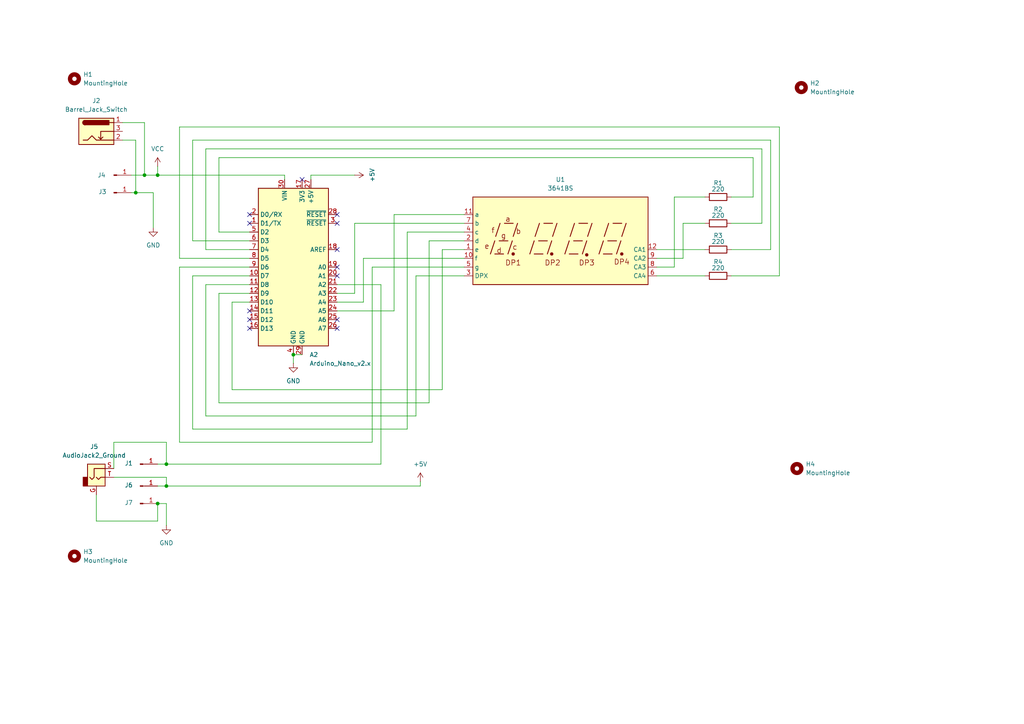
<source format=kicad_sch>
(kicad_sch
	(version 20250114)
	(generator "eeschema")
	(generator_version "9.0")
	(uuid "8c356f56-0b4d-4639-b70b-cbeb7149fe13")
	(paper "A4")
	(title_block
		(title "TACHYMETRE")
		(date "2025-11-16")
		(rev "1")
		(company "PRONOE")
		(comment 2 "Needs an external KY-033 tracking sensor")
		(comment 3 "Needs an external DC 9V power supply")
	)
	(lib_symbols
		(symbol "Connector:Barrel_Jack_Switch"
			(pin_names
				(hide yes)
			)
			(exclude_from_sim no)
			(in_bom yes)
			(on_board yes)
			(property "Reference" "J"
				(at 0 5.334 0)
				(effects
					(font
						(size 1.27 1.27)
					)
				)
			)
			(property "Value" "Barrel_Jack_Switch"
				(at 0 -5.08 0)
				(effects
					(font
						(size 1.27 1.27)
					)
				)
			)
			(property "Footprint" ""
				(at 1.27 -1.016 0)
				(effects
					(font
						(size 1.27 1.27)
					)
					(hide yes)
				)
			)
			(property "Datasheet" "~"
				(at 1.27 -1.016 0)
				(effects
					(font
						(size 1.27 1.27)
					)
					(hide yes)
				)
			)
			(property "Description" "DC Barrel Jack with an internal switch"
				(at 0 0 0)
				(effects
					(font
						(size 1.27 1.27)
					)
					(hide yes)
				)
			)
			(property "ki_keywords" "DC power barrel jack connector"
				(at 0 0 0)
				(effects
					(font
						(size 1.27 1.27)
					)
					(hide yes)
				)
			)
			(property "ki_fp_filters" "BarrelJack*"
				(at 0 0 0)
				(effects
					(font
						(size 1.27 1.27)
					)
					(hide yes)
				)
			)
			(symbol "Barrel_Jack_Switch_0_1"
				(rectangle
					(start -5.08 3.81)
					(end 5.08 -3.81)
					(stroke
						(width 0.254)
						(type default)
					)
					(fill
						(type background)
					)
				)
				(polyline
					(pts
						(xy -3.81 -2.54) (xy -2.54 -2.54) (xy -1.27 -1.27) (xy 0 -2.54) (xy 2.54 -2.54) (xy 5.08 -2.54)
					)
					(stroke
						(width 0.254)
						(type default)
					)
					(fill
						(type none)
					)
				)
				(arc
					(start -3.302 1.905)
					(mid -3.9343 2.54)
					(end -3.302 3.175)
					(stroke
						(width 0.254)
						(type default)
					)
					(fill
						(type none)
					)
				)
				(arc
					(start -3.302 1.905)
					(mid -3.9343 2.54)
					(end -3.302 3.175)
					(stroke
						(width 0.254)
						(type default)
					)
					(fill
						(type outline)
					)
				)
				(polyline
					(pts
						(xy 1.27 -2.286) (xy 1.905 -1.651)
					)
					(stroke
						(width 0.254)
						(type default)
					)
					(fill
						(type none)
					)
				)
				(rectangle
					(start 3.683 3.175)
					(end -3.302 1.905)
					(stroke
						(width 0.254)
						(type default)
					)
					(fill
						(type outline)
					)
				)
				(polyline
					(pts
						(xy 5.08 2.54) (xy 3.81 2.54)
					)
					(stroke
						(width 0.254)
						(type default)
					)
					(fill
						(type none)
					)
				)
				(polyline
					(pts
						(xy 5.08 0) (xy 1.27 0) (xy 1.27 -2.286) (xy 0.635 -1.651)
					)
					(stroke
						(width 0.254)
						(type default)
					)
					(fill
						(type none)
					)
				)
			)
			(symbol "Barrel_Jack_Switch_1_1"
				(pin passive line
					(at 7.62 2.54 180)
					(length 2.54)
					(name "~"
						(effects
							(font
								(size 1.27 1.27)
							)
						)
					)
					(number "1"
						(effects
							(font
								(size 1.27 1.27)
							)
						)
					)
				)
				(pin passive line
					(at 7.62 0 180)
					(length 2.54)
					(name "~"
						(effects
							(font
								(size 1.27 1.27)
							)
						)
					)
					(number "3"
						(effects
							(font
								(size 1.27 1.27)
							)
						)
					)
				)
				(pin passive line
					(at 7.62 -2.54 180)
					(length 2.54)
					(name "~"
						(effects
							(font
								(size 1.27 1.27)
							)
						)
					)
					(number "2"
						(effects
							(font
								(size 1.27 1.27)
							)
						)
					)
				)
			)
			(embedded_fonts no)
		)
		(symbol "Connector:Conn_01x01_Pin"
			(pin_names
				(offset 1.016)
				(hide yes)
			)
			(exclude_from_sim no)
			(in_bom yes)
			(on_board yes)
			(property "Reference" "J"
				(at 0 2.54 0)
				(effects
					(font
						(size 1.27 1.27)
					)
				)
			)
			(property "Value" "Conn_01x01_Pin"
				(at 0 -2.54 0)
				(effects
					(font
						(size 1.27 1.27)
					)
				)
			)
			(property "Footprint" ""
				(at 0 0 0)
				(effects
					(font
						(size 1.27 1.27)
					)
					(hide yes)
				)
			)
			(property "Datasheet" "~"
				(at 0 0 0)
				(effects
					(font
						(size 1.27 1.27)
					)
					(hide yes)
				)
			)
			(property "Description" "Generic connector, single row, 01x01, script generated"
				(at 0 0 0)
				(effects
					(font
						(size 1.27 1.27)
					)
					(hide yes)
				)
			)
			(property "ki_locked" ""
				(at 0 0 0)
				(effects
					(font
						(size 1.27 1.27)
					)
				)
			)
			(property "ki_keywords" "connector"
				(at 0 0 0)
				(effects
					(font
						(size 1.27 1.27)
					)
					(hide yes)
				)
			)
			(property "ki_fp_filters" "Connector*:*_1x??_*"
				(at 0 0 0)
				(effects
					(font
						(size 1.27 1.27)
					)
					(hide yes)
				)
			)
			(symbol "Conn_01x01_Pin_1_1"
				(rectangle
					(start 0.8636 0.127)
					(end 0 -0.127)
					(stroke
						(width 0.1524)
						(type default)
					)
					(fill
						(type outline)
					)
				)
				(polyline
					(pts
						(xy 1.27 0) (xy 0.8636 0)
					)
					(stroke
						(width 0.1524)
						(type default)
					)
					(fill
						(type none)
					)
				)
				(pin passive line
					(at 5.08 0 180)
					(length 3.81)
					(name "Pin_1"
						(effects
							(font
								(size 1.27 1.27)
							)
						)
					)
					(number "1"
						(effects
							(font
								(size 1.27 1.27)
							)
						)
					)
				)
			)
			(embedded_fonts no)
		)
		(symbol "Connector_Audio:AudioJack2_Ground"
			(exclude_from_sim no)
			(in_bom yes)
			(on_board yes)
			(property "Reference" "J"
				(at 0 8.89 0)
				(effects
					(font
						(size 1.27 1.27)
					)
				)
			)
			(property "Value" "AudioJack2_Ground"
				(at 0 6.35 0)
				(effects
					(font
						(size 1.27 1.27)
					)
				)
			)
			(property "Footprint" ""
				(at 0 0 0)
				(effects
					(font
						(size 1.27 1.27)
					)
					(hide yes)
				)
			)
			(property "Datasheet" "~"
				(at 0 0 0)
				(effects
					(font
						(size 1.27 1.27)
					)
					(hide yes)
				)
			)
			(property "Description" "Audio Jack, 2 Poles (Mono / TS), Grounded Sleeve"
				(at 0 0 0)
				(effects
					(font
						(size 1.27 1.27)
					)
					(hide yes)
				)
			)
			(property "ki_keywords" "audio jack receptacle mono phone headphone TS connector"
				(at 0 0 0)
				(effects
					(font
						(size 1.27 1.27)
					)
					(hide yes)
				)
			)
			(property "ki_fp_filters" "Jack*"
				(at 0 0 0)
				(effects
					(font
						(size 1.27 1.27)
					)
					(hide yes)
				)
			)
			(symbol "AudioJack2_Ground_0_1"
				(rectangle
					(start -2.54 -2.54)
					(end -3.81 0)
					(stroke
						(width 0.254)
						(type default)
					)
					(fill
						(type outline)
					)
				)
				(polyline
					(pts
						(xy 0 0) (xy 0.635 -0.635) (xy 1.27 0) (xy 2.54 0)
					)
					(stroke
						(width 0.254)
						(type default)
					)
					(fill
						(type none)
					)
				)
				(rectangle
					(start 2.54 3.81)
					(end -2.54 -2.54)
					(stroke
						(width 0.254)
						(type default)
					)
					(fill
						(type background)
					)
				)
				(polyline
					(pts
						(xy 2.54 2.54) (xy -0.635 2.54) (xy -0.635 0) (xy -1.27 -0.635) (xy -1.905 0)
					)
					(stroke
						(width 0.254)
						(type default)
					)
					(fill
						(type none)
					)
				)
			)
			(symbol "AudioJack2_Ground_1_1"
				(pin passive line
					(at 0 -5.08 90)
					(length 2.54)
					(name "~"
						(effects
							(font
								(size 1.27 1.27)
							)
						)
					)
					(number "G"
						(effects
							(font
								(size 1.27 1.27)
							)
						)
					)
				)
				(pin passive line
					(at 5.08 2.54 180)
					(length 2.54)
					(name "~"
						(effects
							(font
								(size 1.27 1.27)
							)
						)
					)
					(number "S"
						(effects
							(font
								(size 1.27 1.27)
							)
						)
					)
				)
				(pin passive line
					(at 5.08 0 180)
					(length 2.54)
					(name "~"
						(effects
							(font
								(size 1.27 1.27)
							)
						)
					)
					(number "T"
						(effects
							(font
								(size 1.27 1.27)
							)
						)
					)
				)
			)
			(embedded_fonts no)
		)
		(symbol "Device:R"
			(pin_numbers
				(hide yes)
			)
			(pin_names
				(offset 0)
			)
			(exclude_from_sim no)
			(in_bom yes)
			(on_board yes)
			(property "Reference" "R"
				(at 2.032 0 90)
				(effects
					(font
						(size 1.27 1.27)
					)
				)
			)
			(property "Value" "R"
				(at 0 0 90)
				(effects
					(font
						(size 1.27 1.27)
					)
				)
			)
			(property "Footprint" ""
				(at -1.778 0 90)
				(effects
					(font
						(size 1.27 1.27)
					)
					(hide yes)
				)
			)
			(property "Datasheet" "~"
				(at 0 0 0)
				(effects
					(font
						(size 1.27 1.27)
					)
					(hide yes)
				)
			)
			(property "Description" "Resistor"
				(at 0 0 0)
				(effects
					(font
						(size 1.27 1.27)
					)
					(hide yes)
				)
			)
			(property "ki_keywords" "R res resistor"
				(at 0 0 0)
				(effects
					(font
						(size 1.27 1.27)
					)
					(hide yes)
				)
			)
			(property "ki_fp_filters" "R_*"
				(at 0 0 0)
				(effects
					(font
						(size 1.27 1.27)
					)
					(hide yes)
				)
			)
			(symbol "R_0_1"
				(rectangle
					(start -1.016 -2.54)
					(end 1.016 2.54)
					(stroke
						(width 0.254)
						(type default)
					)
					(fill
						(type none)
					)
				)
			)
			(symbol "R_1_1"
				(pin passive line
					(at 0 3.81 270)
					(length 1.27)
					(name "~"
						(effects
							(font
								(size 1.27 1.27)
							)
						)
					)
					(number "1"
						(effects
							(font
								(size 1.27 1.27)
							)
						)
					)
				)
				(pin passive line
					(at 0 -3.81 90)
					(length 1.27)
					(name "~"
						(effects
							(font
								(size 1.27 1.27)
							)
						)
					)
					(number "2"
						(effects
							(font
								(size 1.27 1.27)
							)
						)
					)
				)
			)
			(embedded_fonts no)
		)
		(symbol "Display_Character:CA56-12EWA"
			(exclude_from_sim no)
			(in_bom yes)
			(on_board yes)
			(property "Reference" "U"
				(at -24.13 13.97 0)
				(effects
					(font
						(size 1.27 1.27)
					)
				)
			)
			(property "Value" "CA56-12EWA"
				(at 19.05 13.97 0)
				(effects
					(font
						(size 1.27 1.27)
					)
				)
			)
			(property "Footprint" "Display_7Segment:CA56-12EWA"
				(at 0 -15.24 0)
				(effects
					(font
						(size 1.27 1.27)
					)
					(hide yes)
				)
			)
			(property "Datasheet" "http://www.kingbrightusa.com/images/catalog/SPEC/CA56-12EWA.pdf"
				(at -10.922 0.762 0)
				(effects
					(font
						(size 1.27 1.27)
					)
					(hide yes)
				)
			)
			(property "Description" "4 digit 7 segment high efficiency red LED, common anode"
				(at 0 0 0)
				(effects
					(font
						(size 1.27 1.27)
					)
					(hide yes)
				)
			)
			(property "ki_keywords" "display LED 7-segment"
				(at 0 0 0)
				(effects
					(font
						(size 1.27 1.27)
					)
					(hide yes)
				)
			)
			(property "ki_fp_filters" "*CA56*12EWA*"
				(at 0 0 0)
				(effects
					(font
						(size 1.27 1.27)
					)
					(hide yes)
				)
			)
			(symbol "CA56-12EWA_0_0"
				(rectangle
					(start -25.4 12.7)
					(end 25.4 -12.7)
					(stroke
						(width 0.254)
						(type default)
					)
					(fill
						(type background)
					)
				)
				(polyline
					(pts
						(xy -20.32 -3.81) (xy -19.05 0)
					)
					(stroke
						(width 0.254)
						(type default)
					)
					(fill
						(type none)
					)
				)
				(polyline
					(pts
						(xy -19.05 -3.81) (xy -16.51 -3.81)
					)
					(stroke
						(width 0.254)
						(type default)
					)
					(fill
						(type none)
					)
				)
				(polyline
					(pts
						(xy -18.796 1.27) (xy -17.526 5.08)
					)
					(stroke
						(width 0.254)
						(type default)
					)
					(fill
						(type none)
					)
				)
				(polyline
					(pts
						(xy -17.78 0) (xy -15.24 0)
					)
					(stroke
						(width 0.254)
						(type default)
					)
					(fill
						(type none)
					)
				)
				(polyline
					(pts
						(xy -16.256 5.08) (xy -13.716 5.08)
					)
					(stroke
						(width 0.254)
						(type default)
					)
					(fill
						(type none)
					)
				)
				(polyline
					(pts
						(xy -15.24 -3.81) (xy -13.97 0)
					)
					(stroke
						(width 0.254)
						(type default)
					)
					(fill
						(type none)
					)
				)
				(polyline
					(pts
						(xy -13.716 1.27) (xy -12.446 5.08)
					)
					(stroke
						(width 0.254)
						(type default)
					)
					(fill
						(type none)
					)
				)
				(polyline
					(pts
						(xy -8.89 -3.81) (xy -7.62 0)
					)
					(stroke
						(width 0.254)
						(type default)
					)
					(fill
						(type none)
					)
				)
				(polyline
					(pts
						(xy -7.62 -3.81) (xy -5.08 -3.81)
					)
					(stroke
						(width 0.254)
						(type default)
					)
					(fill
						(type none)
					)
				)
				(polyline
					(pts
						(xy -7.366 1.27) (xy -6.096 5.08)
					)
					(stroke
						(width 0.254)
						(type default)
					)
					(fill
						(type none)
					)
				)
				(polyline
					(pts
						(xy -6.35 0) (xy -3.81 0)
					)
					(stroke
						(width 0.254)
						(type default)
					)
					(fill
						(type none)
					)
				)
				(polyline
					(pts
						(xy -4.826 5.08) (xy -2.286 5.08)
					)
					(stroke
						(width 0.254)
						(type default)
					)
					(fill
						(type none)
					)
				)
				(polyline
					(pts
						(xy -3.81 -3.81) (xy -2.54 0)
					)
					(stroke
						(width 0.254)
						(type default)
					)
					(fill
						(type none)
					)
				)
				(polyline
					(pts
						(xy -2.286 1.27) (xy -1.016 5.08)
					)
					(stroke
						(width 0.254)
						(type default)
					)
					(fill
						(type none)
					)
				)
				(polyline
					(pts
						(xy 1.27 -3.81) (xy 2.54 0)
					)
					(stroke
						(width 0.254)
						(type default)
					)
					(fill
						(type none)
					)
				)
				(polyline
					(pts
						(xy 2.54 -3.81) (xy 5.08 -3.81)
					)
					(stroke
						(width 0.254)
						(type default)
					)
					(fill
						(type none)
					)
				)
				(polyline
					(pts
						(xy 2.794 1.27) (xy 4.064 5.08)
					)
					(stroke
						(width 0.254)
						(type default)
					)
					(fill
						(type none)
					)
				)
				(polyline
					(pts
						(xy 3.81 0) (xy 6.35 0)
					)
					(stroke
						(width 0.254)
						(type default)
					)
					(fill
						(type none)
					)
				)
				(polyline
					(pts
						(xy 5.334 5.08) (xy 7.874 5.08)
					)
					(stroke
						(width 0.254)
						(type default)
					)
					(fill
						(type none)
					)
				)
				(polyline
					(pts
						(xy 6.35 -3.81) (xy 7.62 0)
					)
					(stroke
						(width 0.254)
						(type default)
					)
					(fill
						(type none)
					)
				)
				(polyline
					(pts
						(xy 7.874 1.27) (xy 9.144 5.08)
					)
					(stroke
						(width 0.254)
						(type default)
					)
					(fill
						(type none)
					)
				)
				(polyline
					(pts
						(xy 11.176 -3.81) (xy 12.446 0)
					)
					(stroke
						(width 0.254)
						(type default)
					)
					(fill
						(type none)
					)
				)
				(polyline
					(pts
						(xy 12.446 -3.81) (xy 14.986 -3.81)
					)
					(stroke
						(width 0.254)
						(type default)
					)
					(fill
						(type none)
					)
				)
				(polyline
					(pts
						(xy 12.7 1.27) (xy 13.97 5.08)
					)
					(stroke
						(width 0.254)
						(type default)
					)
					(fill
						(type none)
					)
				)
				(polyline
					(pts
						(xy 13.716 0) (xy 16.256 0)
					)
					(stroke
						(width 0.254)
						(type default)
					)
					(fill
						(type none)
					)
				)
				(polyline
					(pts
						(xy 15.24 5.08) (xy 17.78 5.08)
					)
					(stroke
						(width 0.254)
						(type default)
					)
					(fill
						(type none)
					)
				)
				(polyline
					(pts
						(xy 16.256 -3.81) (xy 17.526 0)
					)
					(stroke
						(width 0.254)
						(type default)
					)
					(fill
						(type none)
					)
				)
				(polyline
					(pts
						(xy 17.78 1.27) (xy 19.05 5.08)
					)
					(stroke
						(width 0.254)
						(type default)
					)
					(fill
						(type none)
					)
				)
				(text "e"
					(at -21.336 -1.524 0)
					(effects
						(font
							(size 1.524 1.524)
						)
					)
				)
				(text "f"
					(at -19.558 3.048 0)
					(effects
						(font
							(size 1.524 1.524)
						)
					)
				)
				(text "d"
					(at -17.78 -2.794 0)
					(effects
						(font
							(size 1.524 1.524)
						)
					)
				)
				(text "g"
					(at -16.51 1.524 0)
					(effects
						(font
							(size 1.524 1.524)
						)
					)
				)
				(text "a"
					(at -15.24 6.35 0)
					(effects
						(font
							(size 1.524 1.524)
						)
					)
				)
				(text "DP1"
					(at -13.716 -6.35 0)
					(effects
						(font
							(size 1.524 1.524)
						)
					)
				)
				(text "c"
					(at -13.208 -1.778 0)
					(effects
						(font
							(size 1.524 1.524)
						)
					)
				)
				(text "b"
					(at -12.192 2.794 0)
					(effects
						(font
							(size 1.524 1.524)
						)
					)
				)
				(text "DP2"
					(at -2.286 -6.35 0)
					(effects
						(font
							(size 1.524 1.524)
						)
					)
				)
				(text "DP3"
					(at 7.62 -6.35 0)
					(effects
						(font
							(size 1.524 1.524)
						)
					)
				)
				(text "DP4"
					(at 17.78 -6.096 0)
					(effects
						(font
							(size 1.524 1.524)
						)
					)
				)
			)
			(symbol "CA56-12EWA_0_1"
				(circle
					(center -13.716 -3.81)
					(radius 0.3556)
					(stroke
						(width 0.254)
						(type default)
					)
					(fill
						(type outline)
					)
				)
				(circle
					(center -2.54 -3.81)
					(radius 0.3556)
					(stroke
						(width 0.254)
						(type default)
					)
					(fill
						(type outline)
					)
				)
			)
			(symbol "CA56-12EWA_1_0"
				(circle
					(center 7.62 -4.064)
					(radius 0.3556)
					(stroke
						(width 0.254)
						(type default)
					)
					(fill
						(type outline)
					)
				)
				(circle
					(center 17.78 -3.81)
					(radius 0.3556)
					(stroke
						(width 0.254)
						(type default)
					)
					(fill
						(type outline)
					)
				)
			)
			(symbol "CA56-12EWA_1_1"
				(pin input line
					(at -27.94 7.62 0)
					(length 2.54)
					(name "a"
						(effects
							(font
								(size 1.27 1.27)
							)
						)
					)
					(number "11"
						(effects
							(font
								(size 1.27 1.27)
							)
						)
					)
				)
				(pin input line
					(at -27.94 5.08 0)
					(length 2.54)
					(name "b"
						(effects
							(font
								(size 1.27 1.27)
							)
						)
					)
					(number "7"
						(effects
							(font
								(size 1.27 1.27)
							)
						)
					)
				)
				(pin input line
					(at -27.94 2.54 0)
					(length 2.54)
					(name "c"
						(effects
							(font
								(size 1.27 1.27)
							)
						)
					)
					(number "4"
						(effects
							(font
								(size 1.27 1.27)
							)
						)
					)
				)
				(pin input line
					(at -27.94 0 0)
					(length 2.54)
					(name "d"
						(effects
							(font
								(size 1.27 1.27)
							)
						)
					)
					(number "2"
						(effects
							(font
								(size 1.27 1.27)
							)
						)
					)
				)
				(pin input line
					(at -27.94 -2.54 0)
					(length 2.54)
					(name "e"
						(effects
							(font
								(size 1.27 1.27)
							)
						)
					)
					(number "1"
						(effects
							(font
								(size 1.27 1.27)
							)
						)
					)
				)
				(pin input line
					(at -27.94 -5.08 0)
					(length 2.54)
					(name "f"
						(effects
							(font
								(size 1.27 1.27)
							)
						)
					)
					(number "10"
						(effects
							(font
								(size 1.27 1.27)
							)
						)
					)
				)
				(pin input line
					(at -27.94 -7.62 0)
					(length 2.54)
					(name "g"
						(effects
							(font
								(size 1.27 1.27)
							)
						)
					)
					(number "5"
						(effects
							(font
								(size 1.27 1.27)
							)
						)
					)
				)
				(pin input line
					(at -27.94 -10.16 0)
					(length 2.54)
					(name "DPX"
						(effects
							(font
								(size 1.27 1.27)
							)
						)
					)
					(number "3"
						(effects
							(font
								(size 1.27 1.27)
							)
						)
					)
				)
				(pin input line
					(at 27.94 -2.54 180)
					(length 2.54)
					(name "CA1"
						(effects
							(font
								(size 1.27 1.27)
							)
						)
					)
					(number "12"
						(effects
							(font
								(size 1.27 1.27)
							)
						)
					)
				)
				(pin input line
					(at 27.94 -5.08 180)
					(length 2.54)
					(name "CA2"
						(effects
							(font
								(size 1.27 1.27)
							)
						)
					)
					(number "9"
						(effects
							(font
								(size 1.27 1.27)
							)
						)
					)
				)
				(pin input line
					(at 27.94 -7.62 180)
					(length 2.54)
					(name "CA3"
						(effects
							(font
								(size 1.27 1.27)
							)
						)
					)
					(number "8"
						(effects
							(font
								(size 1.27 1.27)
							)
						)
					)
				)
				(pin input line
					(at 27.94 -10.16 180)
					(length 2.54)
					(name "CA4"
						(effects
							(font
								(size 1.27 1.27)
							)
						)
					)
					(number "6"
						(effects
							(font
								(size 1.27 1.27)
							)
						)
					)
				)
			)
			(embedded_fonts no)
		)
		(symbol "MCU_Module:Arduino_Nano_v2.x"
			(exclude_from_sim no)
			(in_bom yes)
			(on_board yes)
			(property "Reference" "A"
				(at -10.16 23.495 0)
				(effects
					(font
						(size 1.27 1.27)
					)
					(justify left bottom)
				)
			)
			(property "Value" "Arduino_Nano_v2.x"
				(at 5.08 -24.13 0)
				(effects
					(font
						(size 1.27 1.27)
					)
					(justify left top)
				)
			)
			(property "Footprint" "Module:Arduino_Nano"
				(at 0 0 0)
				(effects
					(font
						(size 1.27 1.27)
						(italic yes)
					)
					(hide yes)
				)
			)
			(property "Datasheet" "https://www.arduino.cc/en/uploads/Main/ArduinoNanoManual23.pdf"
				(at 0 0 0)
				(effects
					(font
						(size 1.27 1.27)
					)
					(hide yes)
				)
			)
			(property "Description" "Arduino Nano v2.x"
				(at 0 0 0)
				(effects
					(font
						(size 1.27 1.27)
					)
					(hide yes)
				)
			)
			(property "ki_keywords" "Arduino nano microcontroller module USB"
				(at 0 0 0)
				(effects
					(font
						(size 1.27 1.27)
					)
					(hide yes)
				)
			)
			(property "ki_fp_filters" "Arduino*Nano*"
				(at 0 0 0)
				(effects
					(font
						(size 1.27 1.27)
					)
					(hide yes)
				)
			)
			(symbol "Arduino_Nano_v2.x_0_1"
				(rectangle
					(start -10.16 22.86)
					(end 10.16 -22.86)
					(stroke
						(width 0.254)
						(type default)
					)
					(fill
						(type background)
					)
				)
			)
			(symbol "Arduino_Nano_v2.x_1_1"
				(pin bidirectional line
					(at -12.7 15.24 0)
					(length 2.54)
					(name "D0/RX"
						(effects
							(font
								(size 1.27 1.27)
							)
						)
					)
					(number "2"
						(effects
							(font
								(size 1.27 1.27)
							)
						)
					)
				)
				(pin bidirectional line
					(at -12.7 12.7 0)
					(length 2.54)
					(name "D1/TX"
						(effects
							(font
								(size 1.27 1.27)
							)
						)
					)
					(number "1"
						(effects
							(font
								(size 1.27 1.27)
							)
						)
					)
				)
				(pin bidirectional line
					(at -12.7 10.16 0)
					(length 2.54)
					(name "D2"
						(effects
							(font
								(size 1.27 1.27)
							)
						)
					)
					(number "5"
						(effects
							(font
								(size 1.27 1.27)
							)
						)
					)
				)
				(pin bidirectional line
					(at -12.7 7.62 0)
					(length 2.54)
					(name "D3"
						(effects
							(font
								(size 1.27 1.27)
							)
						)
					)
					(number "6"
						(effects
							(font
								(size 1.27 1.27)
							)
						)
					)
				)
				(pin bidirectional line
					(at -12.7 5.08 0)
					(length 2.54)
					(name "D4"
						(effects
							(font
								(size 1.27 1.27)
							)
						)
					)
					(number "7"
						(effects
							(font
								(size 1.27 1.27)
							)
						)
					)
				)
				(pin bidirectional line
					(at -12.7 2.54 0)
					(length 2.54)
					(name "D5"
						(effects
							(font
								(size 1.27 1.27)
							)
						)
					)
					(number "8"
						(effects
							(font
								(size 1.27 1.27)
							)
						)
					)
				)
				(pin bidirectional line
					(at -12.7 0 0)
					(length 2.54)
					(name "D6"
						(effects
							(font
								(size 1.27 1.27)
							)
						)
					)
					(number "9"
						(effects
							(font
								(size 1.27 1.27)
							)
						)
					)
				)
				(pin bidirectional line
					(at -12.7 -2.54 0)
					(length 2.54)
					(name "D7"
						(effects
							(font
								(size 1.27 1.27)
							)
						)
					)
					(number "10"
						(effects
							(font
								(size 1.27 1.27)
							)
						)
					)
				)
				(pin bidirectional line
					(at -12.7 -5.08 0)
					(length 2.54)
					(name "D8"
						(effects
							(font
								(size 1.27 1.27)
							)
						)
					)
					(number "11"
						(effects
							(font
								(size 1.27 1.27)
							)
						)
					)
				)
				(pin bidirectional line
					(at -12.7 -7.62 0)
					(length 2.54)
					(name "D9"
						(effects
							(font
								(size 1.27 1.27)
							)
						)
					)
					(number "12"
						(effects
							(font
								(size 1.27 1.27)
							)
						)
					)
				)
				(pin bidirectional line
					(at -12.7 -10.16 0)
					(length 2.54)
					(name "D10"
						(effects
							(font
								(size 1.27 1.27)
							)
						)
					)
					(number "13"
						(effects
							(font
								(size 1.27 1.27)
							)
						)
					)
				)
				(pin bidirectional line
					(at -12.7 -12.7 0)
					(length 2.54)
					(name "D11"
						(effects
							(font
								(size 1.27 1.27)
							)
						)
					)
					(number "14"
						(effects
							(font
								(size 1.27 1.27)
							)
						)
					)
				)
				(pin bidirectional line
					(at -12.7 -15.24 0)
					(length 2.54)
					(name "D12"
						(effects
							(font
								(size 1.27 1.27)
							)
						)
					)
					(number "15"
						(effects
							(font
								(size 1.27 1.27)
							)
						)
					)
				)
				(pin bidirectional line
					(at -12.7 -17.78 0)
					(length 2.54)
					(name "D13"
						(effects
							(font
								(size 1.27 1.27)
							)
						)
					)
					(number "16"
						(effects
							(font
								(size 1.27 1.27)
							)
						)
					)
				)
				(pin power_in line
					(at -2.54 25.4 270)
					(length 2.54)
					(name "VIN"
						(effects
							(font
								(size 1.27 1.27)
							)
						)
					)
					(number "30"
						(effects
							(font
								(size 1.27 1.27)
							)
						)
					)
				)
				(pin power_in line
					(at 0 -25.4 90)
					(length 2.54)
					(name "GND"
						(effects
							(font
								(size 1.27 1.27)
							)
						)
					)
					(number "4"
						(effects
							(font
								(size 1.27 1.27)
							)
						)
					)
				)
				(pin power_out line
					(at 2.54 25.4 270)
					(length 2.54)
					(name "3V3"
						(effects
							(font
								(size 1.27 1.27)
							)
						)
					)
					(number "17"
						(effects
							(font
								(size 1.27 1.27)
							)
						)
					)
				)
				(pin power_in line
					(at 2.54 -25.4 90)
					(length 2.54)
					(name "GND"
						(effects
							(font
								(size 1.27 1.27)
							)
						)
					)
					(number "29"
						(effects
							(font
								(size 1.27 1.27)
							)
						)
					)
				)
				(pin power_out line
					(at 5.08 25.4 270)
					(length 2.54)
					(name "+5V"
						(effects
							(font
								(size 1.27 1.27)
							)
						)
					)
					(number "27"
						(effects
							(font
								(size 1.27 1.27)
							)
						)
					)
				)
				(pin input line
					(at 12.7 15.24 180)
					(length 2.54)
					(name "~{RESET}"
						(effects
							(font
								(size 1.27 1.27)
							)
						)
					)
					(number "28"
						(effects
							(font
								(size 1.27 1.27)
							)
						)
					)
				)
				(pin input line
					(at 12.7 12.7 180)
					(length 2.54)
					(name "~{RESET}"
						(effects
							(font
								(size 1.27 1.27)
							)
						)
					)
					(number "3"
						(effects
							(font
								(size 1.27 1.27)
							)
						)
					)
				)
				(pin input line
					(at 12.7 5.08 180)
					(length 2.54)
					(name "AREF"
						(effects
							(font
								(size 1.27 1.27)
							)
						)
					)
					(number "18"
						(effects
							(font
								(size 1.27 1.27)
							)
						)
					)
				)
				(pin bidirectional line
					(at 12.7 0 180)
					(length 2.54)
					(name "A0"
						(effects
							(font
								(size 1.27 1.27)
							)
						)
					)
					(number "19"
						(effects
							(font
								(size 1.27 1.27)
							)
						)
					)
				)
				(pin bidirectional line
					(at 12.7 -2.54 180)
					(length 2.54)
					(name "A1"
						(effects
							(font
								(size 1.27 1.27)
							)
						)
					)
					(number "20"
						(effects
							(font
								(size 1.27 1.27)
							)
						)
					)
				)
				(pin bidirectional line
					(at 12.7 -5.08 180)
					(length 2.54)
					(name "A2"
						(effects
							(font
								(size 1.27 1.27)
							)
						)
					)
					(number "21"
						(effects
							(font
								(size 1.27 1.27)
							)
						)
					)
				)
				(pin bidirectional line
					(at 12.7 -7.62 180)
					(length 2.54)
					(name "A3"
						(effects
							(font
								(size 1.27 1.27)
							)
						)
					)
					(number "22"
						(effects
							(font
								(size 1.27 1.27)
							)
						)
					)
				)
				(pin bidirectional line
					(at 12.7 -10.16 180)
					(length 2.54)
					(name "A4"
						(effects
							(font
								(size 1.27 1.27)
							)
						)
					)
					(number "23"
						(effects
							(font
								(size 1.27 1.27)
							)
						)
					)
				)
				(pin bidirectional line
					(at 12.7 -12.7 180)
					(length 2.54)
					(name "A5"
						(effects
							(font
								(size 1.27 1.27)
							)
						)
					)
					(number "24"
						(effects
							(font
								(size 1.27 1.27)
							)
						)
					)
				)
				(pin bidirectional line
					(at 12.7 -15.24 180)
					(length 2.54)
					(name "A6"
						(effects
							(font
								(size 1.27 1.27)
							)
						)
					)
					(number "25"
						(effects
							(font
								(size 1.27 1.27)
							)
						)
					)
				)
				(pin bidirectional line
					(at 12.7 -17.78 180)
					(length 2.54)
					(name "A7"
						(effects
							(font
								(size 1.27 1.27)
							)
						)
					)
					(number "26"
						(effects
							(font
								(size 1.27 1.27)
							)
						)
					)
				)
			)
			(embedded_fonts no)
		)
		(symbol "Mechanical:MountingHole"
			(pin_names
				(offset 1.016)
			)
			(exclude_from_sim no)
			(in_bom no)
			(on_board yes)
			(property "Reference" "H"
				(at 0 5.08 0)
				(effects
					(font
						(size 1.27 1.27)
					)
				)
			)
			(property "Value" "MountingHole"
				(at 0 3.175 0)
				(effects
					(font
						(size 1.27 1.27)
					)
				)
			)
			(property "Footprint" ""
				(at 0 0 0)
				(effects
					(font
						(size 1.27 1.27)
					)
					(hide yes)
				)
			)
			(property "Datasheet" "~"
				(at 0 0 0)
				(effects
					(font
						(size 1.27 1.27)
					)
					(hide yes)
				)
			)
			(property "Description" "Mounting Hole without connection"
				(at 0 0 0)
				(effects
					(font
						(size 1.27 1.27)
					)
					(hide yes)
				)
			)
			(property "ki_keywords" "mounting hole"
				(at 0 0 0)
				(effects
					(font
						(size 1.27 1.27)
					)
					(hide yes)
				)
			)
			(property "ki_fp_filters" "MountingHole*"
				(at 0 0 0)
				(effects
					(font
						(size 1.27 1.27)
					)
					(hide yes)
				)
			)
			(symbol "MountingHole_0_1"
				(circle
					(center 0 0)
					(radius 1.27)
					(stroke
						(width 1.27)
						(type default)
					)
					(fill
						(type none)
					)
				)
			)
			(embedded_fonts no)
		)
		(symbol "power:+5V"
			(power)
			(pin_numbers
				(hide yes)
			)
			(pin_names
				(offset 0)
				(hide yes)
			)
			(exclude_from_sim no)
			(in_bom yes)
			(on_board yes)
			(property "Reference" "#PWR"
				(at 0 -3.81 0)
				(effects
					(font
						(size 1.27 1.27)
					)
					(hide yes)
				)
			)
			(property "Value" "+5V"
				(at 0 3.556 0)
				(effects
					(font
						(size 1.27 1.27)
					)
				)
			)
			(property "Footprint" ""
				(at 0 0 0)
				(effects
					(font
						(size 1.27 1.27)
					)
					(hide yes)
				)
			)
			(property "Datasheet" ""
				(at 0 0 0)
				(effects
					(font
						(size 1.27 1.27)
					)
					(hide yes)
				)
			)
			(property "Description" "Power symbol creates a global label with name \"+5V\""
				(at 0 0 0)
				(effects
					(font
						(size 1.27 1.27)
					)
					(hide yes)
				)
			)
			(property "ki_keywords" "global power"
				(at 0 0 0)
				(effects
					(font
						(size 1.27 1.27)
					)
					(hide yes)
				)
			)
			(symbol "+5V_0_1"
				(polyline
					(pts
						(xy -0.762 1.27) (xy 0 2.54)
					)
					(stroke
						(width 0)
						(type default)
					)
					(fill
						(type none)
					)
				)
				(polyline
					(pts
						(xy 0 2.54) (xy 0.762 1.27)
					)
					(stroke
						(width 0)
						(type default)
					)
					(fill
						(type none)
					)
				)
				(polyline
					(pts
						(xy 0 0) (xy 0 2.54)
					)
					(stroke
						(width 0)
						(type default)
					)
					(fill
						(type none)
					)
				)
			)
			(symbol "+5V_1_1"
				(pin power_in line
					(at 0 0 90)
					(length 0)
					(name "~"
						(effects
							(font
								(size 1.27 1.27)
							)
						)
					)
					(number "1"
						(effects
							(font
								(size 1.27 1.27)
							)
						)
					)
				)
			)
			(embedded_fonts no)
		)
		(symbol "power:GND"
			(power)
			(pin_numbers
				(hide yes)
			)
			(pin_names
				(offset 0)
				(hide yes)
			)
			(exclude_from_sim no)
			(in_bom yes)
			(on_board yes)
			(property "Reference" "#PWR"
				(at 0 -6.35 0)
				(effects
					(font
						(size 1.27 1.27)
					)
					(hide yes)
				)
			)
			(property "Value" "GND"
				(at 0 -3.81 0)
				(effects
					(font
						(size 1.27 1.27)
					)
				)
			)
			(property "Footprint" ""
				(at 0 0 0)
				(effects
					(font
						(size 1.27 1.27)
					)
					(hide yes)
				)
			)
			(property "Datasheet" ""
				(at 0 0 0)
				(effects
					(font
						(size 1.27 1.27)
					)
					(hide yes)
				)
			)
			(property "Description" "Power symbol creates a global label with name \"GND\" , ground"
				(at 0 0 0)
				(effects
					(font
						(size 1.27 1.27)
					)
					(hide yes)
				)
			)
			(property "ki_keywords" "global power"
				(at 0 0 0)
				(effects
					(font
						(size 1.27 1.27)
					)
					(hide yes)
				)
			)
			(symbol "GND_0_1"
				(polyline
					(pts
						(xy 0 0) (xy 0 -1.27) (xy 1.27 -1.27) (xy 0 -2.54) (xy -1.27 -1.27) (xy 0 -1.27)
					)
					(stroke
						(width 0)
						(type default)
					)
					(fill
						(type none)
					)
				)
			)
			(symbol "GND_1_1"
				(pin power_in line
					(at 0 0 270)
					(length 0)
					(name "~"
						(effects
							(font
								(size 1.27 1.27)
							)
						)
					)
					(number "1"
						(effects
							(font
								(size 1.27 1.27)
							)
						)
					)
				)
			)
			(embedded_fonts no)
		)
		(symbol "power:VCC"
			(power)
			(pin_numbers
				(hide yes)
			)
			(pin_names
				(offset 0)
				(hide yes)
			)
			(exclude_from_sim no)
			(in_bom yes)
			(on_board yes)
			(property "Reference" "#PWR"
				(at 0 -3.81 0)
				(effects
					(font
						(size 1.27 1.27)
					)
					(hide yes)
				)
			)
			(property "Value" "VCC"
				(at 0 3.556 0)
				(effects
					(font
						(size 1.27 1.27)
					)
				)
			)
			(property "Footprint" ""
				(at 0 0 0)
				(effects
					(font
						(size 1.27 1.27)
					)
					(hide yes)
				)
			)
			(property "Datasheet" ""
				(at 0 0 0)
				(effects
					(font
						(size 1.27 1.27)
					)
					(hide yes)
				)
			)
			(property "Description" "Power symbol creates a global label with name \"VCC\""
				(at 0 0 0)
				(effects
					(font
						(size 1.27 1.27)
					)
					(hide yes)
				)
			)
			(property "ki_keywords" "global power"
				(at 0 0 0)
				(effects
					(font
						(size 1.27 1.27)
					)
					(hide yes)
				)
			)
			(symbol "VCC_0_1"
				(polyline
					(pts
						(xy -0.762 1.27) (xy 0 2.54)
					)
					(stroke
						(width 0)
						(type default)
					)
					(fill
						(type none)
					)
				)
				(polyline
					(pts
						(xy 0 2.54) (xy 0.762 1.27)
					)
					(stroke
						(width 0)
						(type default)
					)
					(fill
						(type none)
					)
				)
				(polyline
					(pts
						(xy 0 0) (xy 0 2.54)
					)
					(stroke
						(width 0)
						(type default)
					)
					(fill
						(type none)
					)
				)
			)
			(symbol "VCC_1_1"
				(pin power_in line
					(at 0 0 90)
					(length 0)
					(name "~"
						(effects
							(font
								(size 1.27 1.27)
							)
						)
					)
					(number "1"
						(effects
							(font
								(size 1.27 1.27)
							)
						)
					)
				)
			)
			(embedded_fonts no)
		)
	)
	(junction
		(at 48.26 140.97)
		(diameter 0)
		(color 0 0 0 0)
		(uuid "71d8ecf1-9352-4935-8c87-6e477e7b34bf")
	)
	(junction
		(at 45.72 50.8)
		(diameter 0)
		(color 0 0 0 0)
		(uuid "75c7f92b-a1c7-4e12-ad45-9664ecd3e6eb")
	)
	(junction
		(at 48.26 134.62)
		(diameter 0)
		(color 0 0 0 0)
		(uuid "948bc6c4-e6d6-4b0c-8adc-bb55e08d8ab6")
	)
	(junction
		(at 39.37 55.88)
		(diameter 0)
		(color 0 0 0 0)
		(uuid "bb72d1f4-9fcb-4c06-bdf5-4328100e1e6a")
	)
	(junction
		(at 45.72 146.05)
		(diameter 0)
		(color 0 0 0 0)
		(uuid "bba2a672-10ff-406e-8203-6d9643329bee")
	)
	(junction
		(at 85.09 102.87)
		(diameter 0)
		(color 0 0 0 0)
		(uuid "bdf65886-edf8-4a5d-8c4b-21b6bb416624")
	)
	(junction
		(at 41.91 50.8)
		(diameter 0)
		(color 0 0 0 0)
		(uuid "d29a279e-108e-4f32-a516-2f200a41ca68")
	)
	(no_connect
		(at 97.79 95.25)
		(uuid "337e4541-54f7-4830-9b90-c423a1f0aec2")
	)
	(no_connect
		(at 72.39 95.25)
		(uuid "65fa8a39-aa66-4125-a5dc-6b6c5a99f495")
	)
	(no_connect
		(at 97.79 92.71)
		(uuid "7b15bb9c-5d7e-4496-b2ad-a0e01592a31b")
	)
	(no_connect
		(at 97.79 64.77)
		(uuid "a25c91a3-66f8-42af-92de-28e794705c39")
	)
	(no_connect
		(at 97.79 77.47)
		(uuid "aca35f64-eca6-4acd-99fe-44dbf62fcdef")
	)
	(no_connect
		(at 97.79 80.01)
		(uuid "c32e1dcd-fbec-4cfa-ac0a-e1cbe7e54119")
	)
	(no_connect
		(at 72.39 92.71)
		(uuid "d4230fc0-4cb3-49e8-8f23-8f9a265d7316")
	)
	(no_connect
		(at 87.63 52.07)
		(uuid "dbcaee6a-e77c-4afe-9326-9f5d875998de")
	)
	(no_connect
		(at 97.79 72.39)
		(uuid "dee4b6bf-ad5c-4487-a010-33eb080be49c")
	)
	(no_connect
		(at 72.39 90.17)
		(uuid "deeb452a-9620-454b-9c1f-e0e2c341d534")
	)
	(no_connect
		(at 72.39 64.77)
		(uuid "e4a991b7-14d1-465a-b131-188c83697f42")
	)
	(no_connect
		(at 72.39 62.23)
		(uuid "f8719f35-3c17-4623-ac45-3820feff7e7e")
	)
	(no_connect
		(at 97.79 62.23)
		(uuid "fe9cc15a-7b64-46bd-9bcb-0fda60149d32")
	)
	(wire
		(pts
			(xy 118.11 67.31) (xy 118.11 124.46)
		)
		(stroke
			(width 0)
			(type default)
		)
		(uuid "0264af7c-624e-423d-a3c1-ad6d8f7f9f6a")
	)
	(wire
		(pts
			(xy 212.09 64.77) (xy 220.98 64.77)
		)
		(stroke
			(width 0)
			(type default)
		)
		(uuid "0720dcb4-f1dc-4109-961f-bd39d0c34395")
	)
	(wire
		(pts
			(xy 55.88 69.85) (xy 72.39 69.85)
		)
		(stroke
			(width 0)
			(type default)
		)
		(uuid "0971f905-acda-4d1f-bbc7-dc2f6238ab39")
	)
	(wire
		(pts
			(xy 52.07 74.93) (xy 52.07 36.83)
		)
		(stroke
			(width 0)
			(type default)
		)
		(uuid "098d9f65-3bfe-47c0-8cd9-0b7f2a92e015")
	)
	(wire
		(pts
			(xy 85.09 102.87) (xy 85.09 105.41)
		)
		(stroke
			(width 0)
			(type default)
		)
		(uuid "0a83f7c6-bff1-42a6-b0e4-f37f97275d5c")
	)
	(wire
		(pts
			(xy 48.26 128.27) (xy 48.26 134.62)
		)
		(stroke
			(width 0)
			(type default)
		)
		(uuid "12665ae4-93aa-441b-b18e-8b05c9d090b4")
	)
	(wire
		(pts
			(xy 102.87 64.77) (xy 102.87 85.09)
		)
		(stroke
			(width 0)
			(type default)
		)
		(uuid "14abb846-fdce-45e2-b29b-bd01bad87e03")
	)
	(wire
		(pts
			(xy 198.12 64.77) (xy 204.47 64.77)
		)
		(stroke
			(width 0)
			(type default)
		)
		(uuid "170bfef7-26f6-4f13-88d5-f46f587fa237")
	)
	(wire
		(pts
			(xy 63.5 67.31) (xy 72.39 67.31)
		)
		(stroke
			(width 0)
			(type default)
		)
		(uuid "20f25d50-c6ee-4403-8a5a-23f50a21d852")
	)
	(wire
		(pts
			(xy 52.07 77.47) (xy 52.07 128.27)
		)
		(stroke
			(width 0)
			(type default)
		)
		(uuid "210439ef-7aef-4b87-a21c-072ce72dc6ca")
	)
	(wire
		(pts
			(xy 48.26 146.05) (xy 48.26 152.4)
		)
		(stroke
			(width 0)
			(type default)
		)
		(uuid "2388f3c8-1868-4233-a7a5-ee531089299f")
	)
	(wire
		(pts
			(xy 38.1 55.88) (xy 39.37 55.88)
		)
		(stroke
			(width 0)
			(type default)
		)
		(uuid "24fab789-8e56-4536-a409-43abd719d1db")
	)
	(wire
		(pts
			(xy 33.02 135.89) (xy 33.02 128.27)
		)
		(stroke
			(width 0)
			(type default)
		)
		(uuid "256364bd-59ca-46a9-8766-c1f363b89459")
	)
	(wire
		(pts
			(xy 55.88 80.01) (xy 72.39 80.01)
		)
		(stroke
			(width 0)
			(type default)
		)
		(uuid "259f7415-5e34-4f5f-bb55-127c63d057f9")
	)
	(wire
		(pts
			(xy 33.02 128.27) (xy 48.26 128.27)
		)
		(stroke
			(width 0)
			(type default)
		)
		(uuid "2a8a210f-40cd-4e57-b3d1-4920168bf024")
	)
	(wire
		(pts
			(xy 45.72 48.26) (xy 45.72 50.8)
		)
		(stroke
			(width 0)
			(type default)
		)
		(uuid "2e9557cb-1cb8-45e9-8469-6d26f8e758ff")
	)
	(wire
		(pts
			(xy 220.98 64.77) (xy 220.98 43.18)
		)
		(stroke
			(width 0)
			(type default)
		)
		(uuid "31916090-de9e-46ee-b880-e86fa4f2110c")
	)
	(wire
		(pts
			(xy 118.11 124.46) (xy 55.88 124.46)
		)
		(stroke
			(width 0)
			(type default)
		)
		(uuid "376d68e6-8b54-457c-b1d7-09a01506eb8e")
	)
	(wire
		(pts
			(xy 90.17 50.8) (xy 102.87 50.8)
		)
		(stroke
			(width 0)
			(type default)
		)
		(uuid "41d33979-6cf5-4fda-be69-ffbcfff47a48")
	)
	(wire
		(pts
			(xy 105.41 74.93) (xy 134.62 74.93)
		)
		(stroke
			(width 0)
			(type default)
		)
		(uuid "454e97c7-6ce4-4a8c-bc1c-d1b39c92eb6f")
	)
	(wire
		(pts
			(xy 198.12 74.93) (xy 198.12 64.77)
		)
		(stroke
			(width 0)
			(type default)
		)
		(uuid "485ca55f-6d07-4150-90ff-ea97cf28464c")
	)
	(wire
		(pts
			(xy 63.5 85.09) (xy 72.39 85.09)
		)
		(stroke
			(width 0)
			(type default)
		)
		(uuid "4a76abd7-b874-4630-a16d-e5a9b9c17fa3")
	)
	(wire
		(pts
			(xy 27.94 143.51) (xy 27.94 151.13)
		)
		(stroke
			(width 0)
			(type default)
		)
		(uuid "4b463e24-e0e9-451a-a531-5fc42ed69c35")
	)
	(wire
		(pts
			(xy 59.69 120.65) (xy 59.69 82.55)
		)
		(stroke
			(width 0)
			(type default)
		)
		(uuid "4cd07cbf-a43d-46de-8f5e-45b37692474e")
	)
	(wire
		(pts
			(xy 107.95 128.27) (xy 52.07 128.27)
		)
		(stroke
			(width 0)
			(type default)
		)
		(uuid "4d0b5c27-7178-411c-93fc-dae843b2e79b")
	)
	(wire
		(pts
			(xy 120.65 80.01) (xy 120.65 120.65)
		)
		(stroke
			(width 0)
			(type default)
		)
		(uuid "4eb5be4e-7e35-4111-82b6-8d95f6954219")
	)
	(wire
		(pts
			(xy 195.58 57.15) (xy 204.47 57.15)
		)
		(stroke
			(width 0)
			(type default)
		)
		(uuid "51e61aa7-2083-4138-b03e-47a5cd28ebf3")
	)
	(wire
		(pts
			(xy 190.5 80.01) (xy 204.47 80.01)
		)
		(stroke
			(width 0)
			(type default)
		)
		(uuid "5252bb09-0913-48c6-83d3-f706e5b0dfd9")
	)
	(wire
		(pts
			(xy 67.31 87.63) (xy 72.39 87.63)
		)
		(stroke
			(width 0)
			(type default)
		)
		(uuid "534b0567-1605-4432-a295-a65d73f09ca4")
	)
	(wire
		(pts
			(xy 190.5 77.47) (xy 195.58 77.47)
		)
		(stroke
			(width 0)
			(type default)
		)
		(uuid "5460e08e-3abb-41af-940d-390db425f5e9")
	)
	(wire
		(pts
			(xy 97.79 87.63) (xy 105.41 87.63)
		)
		(stroke
			(width 0)
			(type default)
		)
		(uuid "54ae7953-5bc9-4ff1-9072-c26841a9061c")
	)
	(wire
		(pts
			(xy 55.88 40.64) (xy 55.88 69.85)
		)
		(stroke
			(width 0)
			(type default)
		)
		(uuid "54fcab3a-c524-468f-95a2-557557003fbb")
	)
	(wire
		(pts
			(xy 52.07 36.83) (xy 226.06 36.83)
		)
		(stroke
			(width 0)
			(type default)
		)
		(uuid "5759ea95-31dc-4843-b578-455f2556cd46")
	)
	(wire
		(pts
			(xy 124.46 116.84) (xy 63.5 116.84)
		)
		(stroke
			(width 0)
			(type default)
		)
		(uuid "58df9bd6-37cd-4c33-9da5-5a62c93c9499")
	)
	(wire
		(pts
			(xy 223.52 72.39) (xy 223.52 40.64)
		)
		(stroke
			(width 0)
			(type default)
		)
		(uuid "5ce2527f-3bbb-4d6f-9b91-61305f2cd3ca")
	)
	(wire
		(pts
			(xy 63.5 45.72) (xy 63.5 67.31)
		)
		(stroke
			(width 0)
			(type default)
		)
		(uuid "5d778d07-939e-4ea5-920e-fd28276f14a3")
	)
	(wire
		(pts
			(xy 114.3 62.23) (xy 134.62 62.23)
		)
		(stroke
			(width 0)
			(type default)
		)
		(uuid "5f21246e-2e2b-4357-aa7e-2d87760376b7")
	)
	(wire
		(pts
			(xy 48.26 140.97) (xy 121.92 140.97)
		)
		(stroke
			(width 0)
			(type default)
		)
		(uuid "61cbd640-8ee9-456a-b3b6-002b9c62db78")
	)
	(wire
		(pts
			(xy 114.3 62.23) (xy 114.3 90.17)
		)
		(stroke
			(width 0)
			(type default)
		)
		(uuid "61f16bde-ee84-4cff-a1fc-8d99b576bd61")
	)
	(wire
		(pts
			(xy 63.5 116.84) (xy 63.5 85.09)
		)
		(stroke
			(width 0)
			(type default)
		)
		(uuid "651ec1fc-9d16-4556-b9ec-ee73bb40b762")
	)
	(wire
		(pts
			(xy 190.5 74.93) (xy 198.12 74.93)
		)
		(stroke
			(width 0)
			(type default)
		)
		(uuid "654367ae-5814-4292-9721-576131bace2b")
	)
	(wire
		(pts
			(xy 134.62 80.01) (xy 120.65 80.01)
		)
		(stroke
			(width 0)
			(type default)
		)
		(uuid "67a9c7a9-c942-46f0-bf1e-9eee2def9b09")
	)
	(wire
		(pts
			(xy 120.65 120.65) (xy 59.69 120.65)
		)
		(stroke
			(width 0)
			(type default)
		)
		(uuid "6d437734-1346-44ab-a857-6e1bafe23a6e")
	)
	(wire
		(pts
			(xy 82.55 50.8) (xy 82.55 52.07)
		)
		(stroke
			(width 0)
			(type default)
		)
		(uuid "6e0db324-8424-49c2-aea9-c6fbe1cc6253")
	)
	(wire
		(pts
			(xy 110.49 82.55) (xy 110.49 134.62)
		)
		(stroke
			(width 0)
			(type default)
		)
		(uuid "6e2af9f8-c5fb-48b6-b0ac-ebb0ffa27e33")
	)
	(wire
		(pts
			(xy 134.62 77.47) (xy 107.95 77.47)
		)
		(stroke
			(width 0)
			(type default)
		)
		(uuid "6f121e65-6598-4bdc-a39c-d538faa47297")
	)
	(wire
		(pts
			(xy 97.79 82.55) (xy 110.49 82.55)
		)
		(stroke
			(width 0)
			(type default)
		)
		(uuid "74a64571-0689-4dcd-8c35-2f28605c641e")
	)
	(wire
		(pts
			(xy 67.31 113.03) (xy 67.31 87.63)
		)
		(stroke
			(width 0)
			(type default)
		)
		(uuid "7958d3c9-c4e7-4d41-9ea3-e046de751d76")
	)
	(wire
		(pts
			(xy 59.69 82.55) (xy 72.39 82.55)
		)
		(stroke
			(width 0)
			(type default)
		)
		(uuid "7cfb9df8-5f39-49c9-9b38-e66b2edb0157")
	)
	(wire
		(pts
			(xy 97.79 90.17) (xy 114.3 90.17)
		)
		(stroke
			(width 0)
			(type default)
		)
		(uuid "80380b85-549f-4bb6-8551-21723002fd50")
	)
	(wire
		(pts
			(xy 55.88 80.01) (xy 55.88 124.46)
		)
		(stroke
			(width 0)
			(type default)
		)
		(uuid "8bdabb65-a17c-459b-865a-3374884f91e5")
	)
	(wire
		(pts
			(xy 48.26 138.43) (xy 48.26 140.97)
		)
		(stroke
			(width 0)
			(type default)
		)
		(uuid "8d8897ba-bba3-42f0-bc72-75af101cd26f")
	)
	(wire
		(pts
			(xy 128.27 72.39) (xy 128.27 113.03)
		)
		(stroke
			(width 0)
			(type default)
		)
		(uuid "90b240c4-236b-4308-843c-0776e63a9063")
	)
	(wire
		(pts
			(xy 59.69 72.39) (xy 72.39 72.39)
		)
		(stroke
			(width 0)
			(type default)
		)
		(uuid "96078b7b-0ba6-456b-ac7f-1fedd4dc1d2c")
	)
	(wire
		(pts
			(xy 45.72 146.05) (xy 45.72 151.13)
		)
		(stroke
			(width 0)
			(type default)
		)
		(uuid "96593a29-5df7-4f95-bf84-021593b35580")
	)
	(wire
		(pts
			(xy 128.27 113.03) (xy 67.31 113.03)
		)
		(stroke
			(width 0)
			(type default)
		)
		(uuid "985f7a0c-b489-426c-b818-59f1f9d83226")
	)
	(wire
		(pts
			(xy 124.46 69.85) (xy 124.46 116.84)
		)
		(stroke
			(width 0)
			(type default)
		)
		(uuid "9981d625-c218-433c-86a3-1f3c6fd955a3")
	)
	(wire
		(pts
			(xy 212.09 72.39) (xy 223.52 72.39)
		)
		(stroke
			(width 0)
			(type default)
		)
		(uuid "9ab7d2aa-5f89-4d3f-bdff-d2009592f52f")
	)
	(wire
		(pts
			(xy 52.07 77.47) (xy 72.39 77.47)
		)
		(stroke
			(width 0)
			(type default)
		)
		(uuid "9b3d978f-04c4-4a63-a6a3-4a5239143655")
	)
	(wire
		(pts
			(xy 121.92 140.97) (xy 121.92 139.7)
		)
		(stroke
			(width 0)
			(type default)
		)
		(uuid "9e6f7681-2c2c-404d-b345-73f4d77dce31")
	)
	(wire
		(pts
			(xy 41.91 50.8) (xy 41.91 35.56)
		)
		(stroke
			(width 0)
			(type default)
		)
		(uuid "9edcf8e5-f9d2-4a5b-a471-e18480b62703")
	)
	(wire
		(pts
			(xy 35.56 35.56) (xy 41.91 35.56)
		)
		(stroke
			(width 0)
			(type default)
		)
		(uuid "9f01095a-52d6-4d4c-b8e3-dda2e677ff3e")
	)
	(wire
		(pts
			(xy 45.72 146.05) (xy 48.26 146.05)
		)
		(stroke
			(width 0)
			(type default)
		)
		(uuid "9fd16f60-353d-456f-88de-5ced8f111fa5")
	)
	(wire
		(pts
			(xy 72.39 74.93) (xy 52.07 74.93)
		)
		(stroke
			(width 0)
			(type default)
		)
		(uuid "a09e8a2a-589c-4d9a-8a35-537bff1651bc")
	)
	(wire
		(pts
			(xy 102.87 64.77) (xy 134.62 64.77)
		)
		(stroke
			(width 0)
			(type default)
		)
		(uuid "a23e99e4-140a-46ba-88db-4ec6456c4dcf")
	)
	(wire
		(pts
			(xy 85.09 102.87) (xy 87.63 102.87)
		)
		(stroke
			(width 0)
			(type default)
		)
		(uuid "a30e0f2d-dede-498b-88c7-6a65094e3940")
	)
	(wire
		(pts
			(xy 39.37 55.88) (xy 44.45 55.88)
		)
		(stroke
			(width 0)
			(type default)
		)
		(uuid "a90e252c-d732-485f-b024-53c99d8a07ca")
	)
	(wire
		(pts
			(xy 38.1 50.8) (xy 41.91 50.8)
		)
		(stroke
			(width 0)
			(type default)
		)
		(uuid "aa7b7462-ba01-49af-9e81-a19c86ba9dc0")
	)
	(wire
		(pts
			(xy 118.11 67.31) (xy 134.62 67.31)
		)
		(stroke
			(width 0)
			(type default)
		)
		(uuid "ab58e6f5-e2c3-4bcd-a6bb-232a58c107fd")
	)
	(wire
		(pts
			(xy 48.26 138.43) (xy 33.02 138.43)
		)
		(stroke
			(width 0)
			(type default)
		)
		(uuid "ae8981c2-0967-460f-abdb-3cf02bf1aa12")
	)
	(wire
		(pts
			(xy 35.56 40.64) (xy 39.37 40.64)
		)
		(stroke
			(width 0)
			(type default)
		)
		(uuid "b087cfa6-4b7d-445b-903e-2e91a6095307")
	)
	(wire
		(pts
			(xy 48.26 134.62) (xy 110.49 134.62)
		)
		(stroke
			(width 0)
			(type default)
		)
		(uuid "b185c88e-5a3b-4a0e-bf4a-4e39cb0eea8c")
	)
	(wire
		(pts
			(xy 226.06 36.83) (xy 226.06 80.01)
		)
		(stroke
			(width 0)
			(type default)
		)
		(uuid "b2e27f5c-017d-4a6d-aa2a-cadc84d7cb7f")
	)
	(wire
		(pts
			(xy 90.17 50.8) (xy 90.17 52.07)
		)
		(stroke
			(width 0)
			(type default)
		)
		(uuid "b6fcb906-5981-4b5c-a3f6-ddcd0b2ab37f")
	)
	(wire
		(pts
			(xy 134.62 72.39) (xy 128.27 72.39)
		)
		(stroke
			(width 0)
			(type default)
		)
		(uuid "b7a5f476-ae26-486b-a042-b612d9c9d3ab")
	)
	(wire
		(pts
			(xy 218.44 45.72) (xy 63.5 45.72)
		)
		(stroke
			(width 0)
			(type default)
		)
		(uuid "baa07c4b-fc77-42d3-92cd-f89cbcea4857")
	)
	(wire
		(pts
			(xy 44.45 55.88) (xy 44.45 66.04)
		)
		(stroke
			(width 0)
			(type default)
		)
		(uuid "c07a7dde-8ae8-4e71-8d9a-05f85ddb171d")
	)
	(wire
		(pts
			(xy 45.72 134.62) (xy 48.26 134.62)
		)
		(stroke
			(width 0)
			(type default)
		)
		(uuid "c1c8a799-5ae3-424d-9f82-69b78038ea67")
	)
	(wire
		(pts
			(xy 27.94 151.13) (xy 45.72 151.13)
		)
		(stroke
			(width 0)
			(type default)
		)
		(uuid "c376a655-f765-421e-877d-d59c4b1fdd7d")
	)
	(wire
		(pts
			(xy 39.37 40.64) (xy 39.37 55.88)
		)
		(stroke
			(width 0)
			(type default)
		)
		(uuid "c43bc28c-030a-4962-a88d-5d90ef5e0336")
	)
	(wire
		(pts
			(xy 226.06 80.01) (xy 212.09 80.01)
		)
		(stroke
			(width 0)
			(type default)
		)
		(uuid "c89a040a-2ae6-41db-8dfd-8f3bf42552d6")
	)
	(wire
		(pts
			(xy 59.69 43.18) (xy 59.69 72.39)
		)
		(stroke
			(width 0)
			(type default)
		)
		(uuid "ccffaa4c-9bf6-47e1-beb1-6d10c1179b57")
	)
	(wire
		(pts
			(xy 134.62 69.85) (xy 124.46 69.85)
		)
		(stroke
			(width 0)
			(type default)
		)
		(uuid "d59f5c14-3eee-485c-bba6-a77eb4cbae5d")
	)
	(wire
		(pts
			(xy 190.5 72.39) (xy 204.47 72.39)
		)
		(stroke
			(width 0)
			(type default)
		)
		(uuid "d5c5d72f-6d56-4a97-9306-4dd8d0a1715b")
	)
	(wire
		(pts
			(xy 45.72 50.8) (xy 82.55 50.8)
		)
		(stroke
			(width 0)
			(type default)
		)
		(uuid "ddf22722-a8b3-42d5-ac64-78e8fc946701")
	)
	(wire
		(pts
			(xy 220.98 43.18) (xy 59.69 43.18)
		)
		(stroke
			(width 0)
			(type default)
		)
		(uuid "e2ac0916-bbb0-47c7-ab6b-824882558863")
	)
	(wire
		(pts
			(xy 223.52 40.64) (xy 55.88 40.64)
		)
		(stroke
			(width 0)
			(type default)
		)
		(uuid "e2e35507-7790-460b-9161-cc0f4f7cceb0")
	)
	(wire
		(pts
			(xy 195.58 57.15) (xy 195.58 77.47)
		)
		(stroke
			(width 0)
			(type default)
		)
		(uuid "e5d9d0a8-323a-4840-baf9-1551f98b91f5")
	)
	(wire
		(pts
			(xy 218.44 57.15) (xy 218.44 45.72)
		)
		(stroke
			(width 0)
			(type default)
		)
		(uuid "e997cbe8-db9b-4965-8543-652ae3231475")
	)
	(wire
		(pts
			(xy 45.72 140.97) (xy 48.26 140.97)
		)
		(stroke
			(width 0)
			(type default)
		)
		(uuid "ec4dbd78-1378-4f5d-a7e5-f08613209e3b")
	)
	(wire
		(pts
			(xy 105.41 74.93) (xy 105.41 87.63)
		)
		(stroke
			(width 0)
			(type default)
		)
		(uuid "edc8ff10-92d3-4268-ae6c-d3e867fb0756")
	)
	(wire
		(pts
			(xy 97.79 85.09) (xy 102.87 85.09)
		)
		(stroke
			(width 0)
			(type default)
		)
		(uuid "eec95282-e5d6-4fd9-b60a-dfe75f4e4811")
	)
	(wire
		(pts
			(xy 107.95 77.47) (xy 107.95 128.27)
		)
		(stroke
			(width 0)
			(type default)
		)
		(uuid "f9d10626-81cb-465f-960d-51c151ff9741")
	)
	(wire
		(pts
			(xy 41.91 50.8) (xy 45.72 50.8)
		)
		(stroke
			(width 0)
			(type default)
		)
		(uuid "fb28dedb-0c02-4e75-b5ac-00888f569013")
	)
	(wire
		(pts
			(xy 212.09 57.15) (xy 218.44 57.15)
		)
		(stroke
			(width 0)
			(type default)
		)
		(uuid "fe03b37e-3925-47b9-9945-6086c7931a8f")
	)
	(symbol
		(lib_id "power:VCC")
		(at 45.72 48.26 0)
		(unit 1)
		(exclude_from_sim no)
		(in_bom yes)
		(on_board yes)
		(dnp no)
		(fields_autoplaced yes)
		(uuid "007781ec-0c3c-44b1-b0cb-7fa548e8017e")
		(property "Reference" "#PWR04"
			(at 45.72 52.07 0)
			(effects
				(font
					(size 1.27 1.27)
				)
				(hide yes)
			)
		)
		(property "Value" "VCC"
			(at 45.72 43.18 0)
			(effects
				(font
					(size 1.27 1.27)
				)
			)
		)
		(property "Footprint" ""
			(at 45.72 48.26 0)
			(effects
				(font
					(size 1.27 1.27)
				)
				(hide yes)
			)
		)
		(property "Datasheet" ""
			(at 45.72 48.26 0)
			(effects
				(font
					(size 1.27 1.27)
				)
				(hide yes)
			)
		)
		(property "Description" "Power symbol creates a global label with name \"VCC\""
			(at 45.72 48.26 0)
			(effects
				(font
					(size 1.27 1.27)
				)
				(hide yes)
			)
		)
		(pin "1"
			(uuid "2aadd196-4f06-414e-b99c-7d6bca1a85c4")
		)
		(instances
			(project ""
				(path "/8c356f56-0b4d-4639-b70b-cbeb7149fe13"
					(reference "#PWR04")
					(unit 1)
				)
			)
		)
	)
	(symbol
		(lib_id "Connector:Conn_01x01_Pin")
		(at 40.64 146.05 0)
		(unit 1)
		(exclude_from_sim no)
		(in_bom yes)
		(on_board yes)
		(dnp no)
		(uuid "07bdf448-9bbb-4770-85de-200915ca5f22")
		(property "Reference" "J7"
			(at 37.338 145.796 0)
			(effects
				(font
					(size 1.27 1.27)
				)
			)
		)
		(property "Value" "GND"
			(at 36.068 149.352 0)
			(effects
				(font
					(size 1.27 1.27)
				)
				(hide yes)
			)
		)
		(property "Footprint" "Connector_Wire:SolderWire-0.15sqmm_1x01_D0.5mm_OD1.5mm"
			(at 40.64 146.05 0)
			(effects
				(font
					(size 1.27 1.27)
				)
				(hide yes)
			)
		)
		(property "Datasheet" "~"
			(at 40.64 146.05 0)
			(effects
				(font
					(size 1.27 1.27)
				)
				(hide yes)
			)
		)
		(property "Description" "Generic connector, single row, 01x01, script generated"
			(at 40.64 146.05 0)
			(effects
				(font
					(size 1.27 1.27)
				)
				(hide yes)
			)
		)
		(pin "1"
			(uuid "618538fc-b571-42b2-8635-6655303b41ec")
		)
		(instances
			(project "tachy_PCB"
				(path "/8c356f56-0b4d-4639-b70b-cbeb7149fe13"
					(reference "J7")
					(unit 1)
				)
			)
		)
	)
	(symbol
		(lib_id "Mechanical:MountingHole")
		(at 21.59 161.29 0)
		(unit 1)
		(exclude_from_sim no)
		(in_bom no)
		(on_board yes)
		(dnp no)
		(fields_autoplaced yes)
		(uuid "1270bd40-ce85-4237-b234-ee0a6bc22e92")
		(property "Reference" "H3"
			(at 24.13 160.0199 0)
			(effects
				(font
					(size 1.27 1.27)
				)
				(justify left)
			)
		)
		(property "Value" "MountingHole"
			(at 24.13 162.5599 0)
			(effects
				(font
					(size 1.27 1.27)
				)
				(justify left)
			)
		)
		(property "Footprint" "MountingHole:MountingHole_3.2mm_M3"
			(at 21.59 161.29 0)
			(effects
				(font
					(size 1.27 1.27)
				)
				(hide yes)
			)
		)
		(property "Datasheet" "~"
			(at 21.59 161.29 0)
			(effects
				(font
					(size 1.27 1.27)
				)
				(hide yes)
			)
		)
		(property "Description" "Mounting Hole without connection"
			(at 21.59 161.29 0)
			(effects
				(font
					(size 1.27 1.27)
				)
				(hide yes)
			)
		)
		(instances
			(project "tachy_PCB"
				(path "/8c356f56-0b4d-4639-b70b-cbeb7149fe13"
					(reference "H3")
					(unit 1)
				)
			)
		)
	)
	(symbol
		(lib_id "Device:R")
		(at 208.28 80.01 90)
		(unit 1)
		(exclude_from_sim no)
		(in_bom yes)
		(on_board yes)
		(dnp no)
		(uuid "198afbbf-b1a4-4a4b-b20f-ebe058d1af5f")
		(property "Reference" "R4"
			(at 208.28 75.946 90)
			(effects
				(font
					(size 1.27 1.27)
				)
			)
		)
		(property "Value" "220"
			(at 208.28 77.724 90)
			(effects
				(font
					(size 1.27 1.27)
				)
			)
		)
		(property "Footprint" "Resistor_THT:R_Axial_DIN0207_L6.3mm_D2.5mm_P10.16mm_Horizontal"
			(at 208.28 81.788 90)
			(effects
				(font
					(size 1.27 1.27)
				)
				(hide yes)
			)
		)
		(property "Datasheet" "~"
			(at 208.28 80.01 0)
			(effects
				(font
					(size 1.27 1.27)
				)
				(hide yes)
			)
		)
		(property "Description" "Resistor"
			(at 208.28 80.01 0)
			(effects
				(font
					(size 1.27 1.27)
				)
				(hide yes)
			)
		)
		(pin "1"
			(uuid "ffc55d53-92a7-4c0f-bf6a-56c17715aa5a")
		)
		(pin "2"
			(uuid "1af8c650-127c-4b2d-a0df-1ab397f1497f")
		)
		(instances
			(project "tachy_PCB"
				(path "/8c356f56-0b4d-4639-b70b-cbeb7149fe13"
					(reference "R4")
					(unit 1)
				)
			)
		)
	)
	(symbol
		(lib_id "Device:R")
		(at 208.28 72.39 90)
		(unit 1)
		(exclude_from_sim no)
		(in_bom yes)
		(on_board yes)
		(dnp no)
		(uuid "1e7588ef-a071-440e-b1f3-00fb079d3b24")
		(property "Reference" "R3"
			(at 208.28 68.326 90)
			(effects
				(font
					(size 1.27 1.27)
				)
			)
		)
		(property "Value" "220"
			(at 208.28 70.104 90)
			(effects
				(font
					(size 1.27 1.27)
				)
			)
		)
		(property "Footprint" "Resistor_THT:R_Axial_DIN0207_L6.3mm_D2.5mm_P10.16mm_Horizontal"
			(at 208.28 74.168 90)
			(effects
				(font
					(size 1.27 1.27)
				)
				(hide yes)
			)
		)
		(property "Datasheet" "~"
			(at 208.28 72.39 0)
			(effects
				(font
					(size 1.27 1.27)
				)
				(hide yes)
			)
		)
		(property "Description" "Resistor"
			(at 208.28 72.39 0)
			(effects
				(font
					(size 1.27 1.27)
				)
				(hide yes)
			)
		)
		(pin "1"
			(uuid "6cb59da9-ee41-4f50-b4d9-29fa243957a1")
		)
		(pin "2"
			(uuid "f1150182-dde2-4ba9-abaa-4d42b4fa1592")
		)
		(instances
			(project "tachy_PCB"
				(path "/8c356f56-0b4d-4639-b70b-cbeb7149fe13"
					(reference "R3")
					(unit 1)
				)
			)
		)
	)
	(symbol
		(lib_id "power:+5V")
		(at 121.92 139.7 0)
		(unit 1)
		(exclude_from_sim no)
		(in_bom yes)
		(on_board yes)
		(dnp no)
		(fields_autoplaced yes)
		(uuid "289e2cd4-5696-49d5-bdfd-8eb912bf3480")
		(property "Reference" "#PWR06"
			(at 121.92 143.51 0)
			(effects
				(font
					(size 1.27 1.27)
				)
				(hide yes)
			)
		)
		(property "Value" "+5V"
			(at 121.92 134.62 0)
			(effects
				(font
					(size 1.27 1.27)
				)
			)
		)
		(property "Footprint" ""
			(at 121.92 139.7 0)
			(effects
				(font
					(size 1.27 1.27)
				)
				(hide yes)
			)
		)
		(property "Datasheet" ""
			(at 121.92 139.7 0)
			(effects
				(font
					(size 1.27 1.27)
				)
				(hide yes)
			)
		)
		(property "Description" "Power symbol creates a global label with name \"+5V\""
			(at 121.92 139.7 0)
			(effects
				(font
					(size 1.27 1.27)
				)
				(hide yes)
			)
		)
		(pin "1"
			(uuid "c1167656-1fce-46cf-9c95-36c1b76e398b")
		)
		(instances
			(project ""
				(path "/8c356f56-0b4d-4639-b70b-cbeb7149fe13"
					(reference "#PWR06")
					(unit 1)
				)
			)
		)
	)
	(symbol
		(lib_id "Mechanical:MountingHole")
		(at 21.59 22.86 0)
		(unit 1)
		(exclude_from_sim no)
		(in_bom no)
		(on_board yes)
		(dnp no)
		(fields_autoplaced yes)
		(uuid "30e2477d-c80a-4d6a-b4dd-7f8b474d1450")
		(property "Reference" "H1"
			(at 24.13 21.5899 0)
			(effects
				(font
					(size 1.27 1.27)
				)
				(justify left)
			)
		)
		(property "Value" "MountingHole"
			(at 24.13 24.1299 0)
			(effects
				(font
					(size 1.27 1.27)
				)
				(justify left)
			)
		)
		(property "Footprint" "MountingHole:MountingHole_3.2mm_M3"
			(at 21.59 22.86 0)
			(effects
				(font
					(size 1.27 1.27)
				)
				(hide yes)
			)
		)
		(property "Datasheet" "~"
			(at 21.59 22.86 0)
			(effects
				(font
					(size 1.27 1.27)
				)
				(hide yes)
			)
		)
		(property "Description" "Mounting Hole without connection"
			(at 21.59 22.86 0)
			(effects
				(font
					(size 1.27 1.27)
				)
				(hide yes)
			)
		)
		(instances
			(project ""
				(path "/8c356f56-0b4d-4639-b70b-cbeb7149fe13"
					(reference "H1")
					(unit 1)
				)
			)
		)
	)
	(symbol
		(lib_id "power:GND")
		(at 44.45 66.04 0)
		(unit 1)
		(exclude_from_sim no)
		(in_bom yes)
		(on_board yes)
		(dnp no)
		(fields_autoplaced yes)
		(uuid "3c939a62-b7f6-49de-bc71-547e7e1da1cf")
		(property "Reference" "#PWR03"
			(at 44.45 72.39 0)
			(effects
				(font
					(size 1.27 1.27)
				)
				(hide yes)
			)
		)
		(property "Value" "GND"
			(at 44.45 71.12 0)
			(effects
				(font
					(size 1.27 1.27)
				)
			)
		)
		(property "Footprint" ""
			(at 44.45 66.04 0)
			(effects
				(font
					(size 1.27 1.27)
				)
				(hide yes)
			)
		)
		(property "Datasheet" ""
			(at 44.45 66.04 0)
			(effects
				(font
					(size 1.27 1.27)
				)
				(hide yes)
			)
		)
		(property "Description" "Power symbol creates a global label with name \"GND\" , ground"
			(at 44.45 66.04 0)
			(effects
				(font
					(size 1.27 1.27)
				)
				(hide yes)
			)
		)
		(pin "1"
			(uuid "b7bf863e-6d11-483f-a6fa-05f80742ec55")
		)
		(instances
			(project "tachy_PCB"
				(path "/8c356f56-0b4d-4639-b70b-cbeb7149fe13"
					(reference "#PWR03")
					(unit 1)
				)
			)
		)
	)
	(symbol
		(lib_id "Connector:Conn_01x01_Pin")
		(at 40.64 140.97 0)
		(unit 1)
		(exclude_from_sim no)
		(in_bom yes)
		(on_board yes)
		(dnp no)
		(uuid "595b9f22-9006-4f2e-a073-04dc75ec11dd")
		(property "Reference" "J6"
			(at 37.338 140.716 0)
			(effects
				(font
					(size 1.27 1.27)
				)
			)
		)
		(property "Value" "V5V"
			(at 36.068 144.272 0)
			(effects
				(font
					(size 1.27 1.27)
				)
				(hide yes)
			)
		)
		(property "Footprint" "Connector_Wire:SolderWire-0.15sqmm_1x01_D0.5mm_OD1.5mm"
			(at 40.64 140.97 0)
			(effects
				(font
					(size 1.27 1.27)
				)
				(hide yes)
			)
		)
		(property "Datasheet" "~"
			(at 40.64 140.97 0)
			(effects
				(font
					(size 1.27 1.27)
				)
				(hide yes)
			)
		)
		(property "Description" "Generic connector, single row, 01x01, script generated"
			(at 40.64 140.97 0)
			(effects
				(font
					(size 1.27 1.27)
				)
				(hide yes)
			)
		)
		(pin "1"
			(uuid "efb71f7d-2785-471f-a410-5b1032a37cea")
		)
		(instances
			(project "tachy_PCB"
				(path "/8c356f56-0b4d-4639-b70b-cbeb7149fe13"
					(reference "J6")
					(unit 1)
				)
			)
		)
	)
	(symbol
		(lib_id "Connector_Audio:AudioJack2_Ground")
		(at 27.94 138.43 0)
		(unit 1)
		(exclude_from_sim no)
		(in_bom yes)
		(on_board no)
		(dnp no)
		(fields_autoplaced yes)
		(uuid "5cca86dc-44ba-4fd3-b105-a95cce8f08d7")
		(property "Reference" "J5"
			(at 27.305 129.54 0)
			(effects
				(font
					(size 1.27 1.27)
				)
			)
		)
		(property "Value" "AudioJack2_Ground"
			(at 27.305 132.08 0)
			(effects
				(font
					(size 1.27 1.27)
				)
			)
		)
		(property "Footprint" ""
			(at 27.94 138.43 0)
			(effects
				(font
					(size 1.27 1.27)
				)
				(hide yes)
			)
		)
		(property "Datasheet" "~"
			(at 27.94 138.43 0)
			(effects
				(font
					(size 1.27 1.27)
				)
				(hide yes)
			)
		)
		(property "Description" "Audio Jack, 2 Poles (Mono / TS), Grounded Sleeve"
			(at 27.94 138.43 0)
			(effects
				(font
					(size 1.27 1.27)
				)
				(hide yes)
			)
		)
		(pin "G"
			(uuid "a00509c1-2c53-42a2-8fdc-d2b090953185")
		)
		(pin "T"
			(uuid "13f84da3-ed8d-4aa3-8823-936907aac3b7")
		)
		(pin "S"
			(uuid "e95a1b19-7b47-4456-bc71-673ddf838d56")
		)
		(instances
			(project ""
				(path "/8c356f56-0b4d-4639-b70b-cbeb7149fe13"
					(reference "J5")
					(unit 1)
				)
			)
		)
	)
	(symbol
		(lib_id "Connector:Conn_01x01_Pin")
		(at 33.02 50.8 0)
		(unit 1)
		(exclude_from_sim no)
		(in_bom yes)
		(on_board yes)
		(dnp no)
		(uuid "5cd8f0b9-7843-4957-95df-4be621090a8c")
		(property "Reference" "J4"
			(at 29.464 50.8 0)
			(effects
				(font
					(size 1.27 1.27)
				)
			)
		)
		(property "Value" "VIN"
			(at 27.432 48.514 0)
			(effects
				(font
					(size 1.27 1.27)
				)
				(hide yes)
			)
		)
		(property "Footprint" "Connector_Wire:SolderWire-0.15sqmm_1x01_D0.5mm_OD1.5mm"
			(at 33.02 50.8 0)
			(effects
				(font
					(size 1.27 1.27)
				)
				(hide yes)
			)
		)
		(property "Datasheet" "~"
			(at 33.02 50.8 0)
			(effects
				(font
					(size 1.27 1.27)
				)
				(hide yes)
			)
		)
		(property "Description" "Generic connector, single row, 01x01, script generated"
			(at 33.02 50.8 0)
			(effects
				(font
					(size 1.27 1.27)
				)
				(hide yes)
			)
		)
		(pin "1"
			(uuid "615efa20-dfee-45ff-8ac7-f323b5190f0e")
		)
		(instances
			(project ""
				(path "/8c356f56-0b4d-4639-b70b-cbeb7149fe13"
					(reference "J4")
					(unit 1)
				)
			)
		)
	)
	(symbol
		(lib_id "Connector:Barrel_Jack_Switch")
		(at 27.94 38.1 0)
		(unit 1)
		(exclude_from_sim no)
		(in_bom yes)
		(on_board no)
		(dnp no)
		(fields_autoplaced yes)
		(uuid "680d8860-e99e-4d6f-aa6e-cfc6d25b3bf1")
		(property "Reference" "J2"
			(at 27.94 29.21 0)
			(effects
				(font
					(size 1.27 1.27)
				)
			)
		)
		(property "Value" "Barrel_Jack_Switch"
			(at 27.94 31.75 0)
			(effects
				(font
					(size 1.27 1.27)
				)
			)
		)
		(property "Footprint" "Connector_BarrelJack:BarrelJack_CUI_PJ-063AH_Horizontal_CircularHoles"
			(at 29.21 39.116 0)
			(effects
				(font
					(size 1.27 1.27)
				)
				(hide yes)
			)
		)
		(property "Datasheet" "~"
			(at 29.21 39.116 0)
			(effects
				(font
					(size 1.27 1.27)
				)
				(hide yes)
			)
		)
		(property "Description" "DC Barrel Jack with an internal switch"
			(at 27.94 38.1 0)
			(effects
				(font
					(size 1.27 1.27)
				)
				(hide yes)
			)
		)
		(pin "1"
			(uuid "da460823-79d8-4abc-9201-d13ba3c74432")
		)
		(pin "3"
			(uuid "08be4b97-9fd9-4207-a6b5-4578e388d01f")
		)
		(pin "2"
			(uuid "b2863e95-fdad-4589-b4d8-d3a317fae80a")
		)
		(instances
			(project ""
				(path "/8c356f56-0b4d-4639-b70b-cbeb7149fe13"
					(reference "J2")
					(unit 1)
				)
			)
		)
	)
	(symbol
		(lib_id "Connector:Conn_01x01_Pin")
		(at 33.02 55.88 0)
		(unit 1)
		(exclude_from_sim no)
		(in_bom yes)
		(on_board yes)
		(dnp no)
		(uuid "738340d6-9bb7-4237-a834-878973daf632")
		(property "Reference" "J3"
			(at 29.718 55.626 0)
			(effects
				(font
					(size 1.27 1.27)
				)
			)
		)
		(property "Value" "GND"
			(at 28.448 59.182 0)
			(effects
				(font
					(size 1.27 1.27)
				)
				(hide yes)
			)
		)
		(property "Footprint" "Connector_Wire:SolderWire-0.15sqmm_1x01_D0.5mm_OD1.5mm"
			(at 33.02 55.88 0)
			(effects
				(font
					(size 1.27 1.27)
				)
				(hide yes)
			)
		)
		(property "Datasheet" "~"
			(at 33.02 55.88 0)
			(effects
				(font
					(size 1.27 1.27)
				)
				(hide yes)
			)
		)
		(property "Description" "Generic connector, single row, 01x01, script generated"
			(at 33.02 55.88 0)
			(effects
				(font
					(size 1.27 1.27)
				)
				(hide yes)
			)
		)
		(pin "1"
			(uuid "4c71ea95-247a-423b-8b5a-ab95537b00ab")
		)
		(instances
			(project ""
				(path "/8c356f56-0b4d-4639-b70b-cbeb7149fe13"
					(reference "J3")
					(unit 1)
				)
			)
		)
	)
	(symbol
		(lib_id "power:+5V")
		(at 102.87 50.8 270)
		(mirror x)
		(unit 1)
		(exclude_from_sim no)
		(in_bom yes)
		(on_board yes)
		(dnp no)
		(uuid "7e2d07f9-7ccd-41a1-b6d5-712425245314")
		(property "Reference" "#PWR05"
			(at 99.06 50.8 0)
			(effects
				(font
					(size 1.27 1.27)
				)
				(hide yes)
			)
		)
		(property "Value" "+5V"
			(at 107.95 50.8 0)
			(effects
				(font
					(size 1.27 1.27)
				)
			)
		)
		(property "Footprint" ""
			(at 102.87 50.8 0)
			(effects
				(font
					(size 1.27 1.27)
				)
				(hide yes)
			)
		)
		(property "Datasheet" ""
			(at 102.87 50.8 0)
			(effects
				(font
					(size 1.27 1.27)
				)
				(hide yes)
			)
		)
		(property "Description" "Power symbol creates a global label with name \"+5V\""
			(at 102.87 50.8 0)
			(effects
				(font
					(size 1.27 1.27)
				)
				(hide yes)
			)
		)
		(pin "1"
			(uuid "f83ae4bb-30b3-4bc0-9717-b89e53b19df5")
		)
		(instances
			(project ""
				(path "/8c356f56-0b4d-4639-b70b-cbeb7149fe13"
					(reference "#PWR05")
					(unit 1)
				)
			)
		)
	)
	(symbol
		(lib_id "Mechanical:MountingHole")
		(at 232.41 25.4 0)
		(unit 1)
		(exclude_from_sim no)
		(in_bom no)
		(on_board yes)
		(dnp no)
		(fields_autoplaced yes)
		(uuid "84c9f18b-eab7-44e3-baad-46d0c22348bd")
		(property "Reference" "H2"
			(at 234.95 24.1299 0)
			(effects
				(font
					(size 1.27 1.27)
				)
				(justify left)
			)
		)
		(property "Value" "MountingHole"
			(at 234.95 26.6699 0)
			(effects
				(font
					(size 1.27 1.27)
				)
				(justify left)
			)
		)
		(property "Footprint" "MountingHole:MountingHole_3.2mm_M3"
			(at 232.41 25.4 0)
			(effects
				(font
					(size 1.27 1.27)
				)
				(hide yes)
			)
		)
		(property "Datasheet" "~"
			(at 232.41 25.4 0)
			(effects
				(font
					(size 1.27 1.27)
				)
				(hide yes)
			)
		)
		(property "Description" "Mounting Hole without connection"
			(at 232.41 25.4 0)
			(effects
				(font
					(size 1.27 1.27)
				)
				(hide yes)
			)
		)
		(instances
			(project "tachy_PCB"
				(path "/8c356f56-0b4d-4639-b70b-cbeb7149fe13"
					(reference "H2")
					(unit 1)
				)
			)
		)
	)
	(symbol
		(lib_id "Device:R")
		(at 208.28 57.15 90)
		(unit 1)
		(exclude_from_sim no)
		(in_bom yes)
		(on_board yes)
		(dnp no)
		(uuid "92c6c7ee-4c3a-4cde-9347-e5fa5b297df6")
		(property "Reference" "R1"
			(at 208.28 53.086 90)
			(effects
				(font
					(size 1.27 1.27)
				)
			)
		)
		(property "Value" "220"
			(at 208.28 54.864 90)
			(effects
				(font
					(size 1.27 1.27)
				)
			)
		)
		(property "Footprint" "Resistor_THT:R_Axial_DIN0207_L6.3mm_D2.5mm_P10.16mm_Horizontal"
			(at 208.28 58.928 90)
			(effects
				(font
					(size 1.27 1.27)
				)
				(hide yes)
			)
		)
		(property "Datasheet" "~"
			(at 208.28 57.15 0)
			(effects
				(font
					(size 1.27 1.27)
				)
				(hide yes)
			)
		)
		(property "Description" "Resistor"
			(at 208.28 57.15 0)
			(effects
				(font
					(size 1.27 1.27)
				)
				(hide yes)
			)
		)
		(pin "1"
			(uuid "69933a94-f527-4dd9-aae6-fa127deb12e6")
		)
		(pin "2"
			(uuid "15c4de0d-5431-4165-8cf2-8cc506db2979")
		)
		(instances
			(project ""
				(path "/8c356f56-0b4d-4639-b70b-cbeb7149fe13"
					(reference "R1")
					(unit 1)
				)
			)
		)
	)
	(symbol
		(lib_id "Device:R")
		(at 208.28 64.77 90)
		(unit 1)
		(exclude_from_sim no)
		(in_bom yes)
		(on_board yes)
		(dnp no)
		(uuid "9449e3a0-8bb1-409c-916a-0927364f756e")
		(property "Reference" "R2"
			(at 208.28 60.706 90)
			(effects
				(font
					(size 1.27 1.27)
				)
			)
		)
		(property "Value" "220"
			(at 208.28 62.484 90)
			(effects
				(font
					(size 1.27 1.27)
				)
			)
		)
		(property "Footprint" "Resistor_THT:R_Axial_DIN0207_L6.3mm_D2.5mm_P10.16mm_Horizontal"
			(at 208.28 66.548 90)
			(effects
				(font
					(size 1.27 1.27)
				)
				(hide yes)
			)
		)
		(property "Datasheet" "~"
			(at 208.28 64.77 0)
			(effects
				(font
					(size 1.27 1.27)
				)
				(hide yes)
			)
		)
		(property "Description" "Resistor"
			(at 208.28 64.77 0)
			(effects
				(font
					(size 1.27 1.27)
				)
				(hide yes)
			)
		)
		(pin "1"
			(uuid "896a05c9-e9d4-43bf-8f7d-34b8eaf4ca8d")
		)
		(pin "2"
			(uuid "17ee25ce-494f-42ae-a41c-9e078da7bbb6")
		)
		(instances
			(project "tachy_PCB"
				(path "/8c356f56-0b4d-4639-b70b-cbeb7149fe13"
					(reference "R2")
					(unit 1)
				)
			)
		)
	)
	(symbol
		(lib_id "power:GND")
		(at 85.09 105.41 0)
		(unit 1)
		(exclude_from_sim no)
		(in_bom yes)
		(on_board yes)
		(dnp no)
		(fields_autoplaced yes)
		(uuid "b7e7911d-4185-4399-bf71-86046ad22b03")
		(property "Reference" "#PWR01"
			(at 85.09 111.76 0)
			(effects
				(font
					(size 1.27 1.27)
				)
				(hide yes)
			)
		)
		(property "Value" "GND"
			(at 85.09 110.49 0)
			(effects
				(font
					(size 1.27 1.27)
				)
			)
		)
		(property "Footprint" ""
			(at 85.09 105.41 0)
			(effects
				(font
					(size 1.27 1.27)
				)
				(hide yes)
			)
		)
		(property "Datasheet" ""
			(at 85.09 105.41 0)
			(effects
				(font
					(size 1.27 1.27)
				)
				(hide yes)
			)
		)
		(property "Description" "Power symbol creates a global label with name \"GND\" , ground"
			(at 85.09 105.41 0)
			(effects
				(font
					(size 1.27 1.27)
				)
				(hide yes)
			)
		)
		(pin "1"
			(uuid "1b42329a-4df6-4e77-833c-d2c45c2ecf06")
		)
		(instances
			(project ""
				(path "/8c356f56-0b4d-4639-b70b-cbeb7149fe13"
					(reference "#PWR01")
					(unit 1)
				)
			)
		)
	)
	(symbol
		(lib_id "Connector:Conn_01x01_Pin")
		(at 40.64 134.62 0)
		(unit 1)
		(exclude_from_sim no)
		(in_bom yes)
		(on_board yes)
		(dnp no)
		(uuid "cbc66687-44b0-49cb-b754-89b6fb7aa4dc")
		(property "Reference" "J1"
			(at 37.338 134.366 0)
			(effects
				(font
					(size 1.27 1.27)
				)
			)
		)
		(property "Value" "Sensor IN"
			(at 36.068 137.922 0)
			(effects
				(font
					(size 1.27 1.27)
				)
				(hide yes)
			)
		)
		(property "Footprint" "Connector_Wire:SolderWire-0.15sqmm_1x01_D0.5mm_OD1.5mm"
			(at 40.64 134.62 0)
			(effects
				(font
					(size 1.27 1.27)
				)
				(hide yes)
			)
		)
		(property "Datasheet" "~"
			(at 40.64 134.62 0)
			(effects
				(font
					(size 1.27 1.27)
				)
				(hide yes)
			)
		)
		(property "Description" "Generic connector, single row, 01x01, script generated"
			(at 40.64 134.62 0)
			(effects
				(font
					(size 1.27 1.27)
				)
				(hide yes)
			)
		)
		(pin "1"
			(uuid "37cd5400-ac11-4639-a329-72c459f73831")
		)
		(instances
			(project "tachy_PCB"
				(path "/8c356f56-0b4d-4639-b70b-cbeb7149fe13"
					(reference "J1")
					(unit 1)
				)
			)
		)
	)
	(symbol
		(lib_id "MCU_Module:Arduino_Nano_v2.x")
		(at 85.09 77.47 0)
		(unit 1)
		(exclude_from_sim no)
		(in_bom yes)
		(on_board yes)
		(dnp no)
		(fields_autoplaced yes)
		(uuid "dd2d4f87-0ead-423c-8039-4a939f7affd8")
		(property "Reference" "A2"
			(at 89.7733 102.87 0)
			(effects
				(font
					(size 1.27 1.27)
				)
				(justify left)
			)
		)
		(property "Value" "Arduino_Nano_v2.x"
			(at 89.7733 105.41 0)
			(effects
				(font
					(size 1.27 1.27)
				)
				(justify left)
			)
		)
		(property "Footprint" "MyFootprints:Arduino_Nano"
			(at 85.09 77.47 0)
			(effects
				(font
					(size 1.27 1.27)
					(italic yes)
				)
				(hide yes)
			)
		)
		(property "Datasheet" "https://www.arduino.cc/en/uploads/Main/ArduinoNanoManual23.pdf"
			(at 85.09 77.47 0)
			(effects
				(font
					(size 1.27 1.27)
				)
				(hide yes)
			)
		)
		(property "Description" "Arduino Nano v2.x"
			(at 85.09 77.47 0)
			(effects
				(font
					(size 1.27 1.27)
				)
				(hide yes)
			)
		)
		(pin "13"
			(uuid "e66b893b-428c-4921-a67f-4718c9e14786")
		)
		(pin "29"
			(uuid "e4ae4d01-f702-4246-a6c2-da9241fc0f9b")
		)
		(pin "4"
			(uuid "180179c8-5eae-47b5-ab38-9c5eb3b91932")
		)
		(pin "1"
			(uuid "47e52afe-986a-4704-9e0e-574ee9d9137f")
		)
		(pin "24"
			(uuid "925a4be5-7eeb-4ef1-b0a8-87feb9ba5800")
		)
		(pin "2"
			(uuid "ee66c7ae-a562-41a6-b030-005d2a3634d8")
		)
		(pin "5"
			(uuid "419f4291-641f-4bbc-b824-b4091ff2c5ed")
		)
		(pin "15"
			(uuid "a132d1d7-8f4c-45fd-b03b-5ff04d12b7d3")
		)
		(pin "27"
			(uuid "64bc749e-c00d-4190-a5e5-c9a15e543a69")
		)
		(pin "30"
			(uuid "b6be423a-0954-4a13-ae51-a7f730f60b4d")
		)
		(pin "28"
			(uuid "5ca964ee-07c3-4ee2-a16f-3baadcccca61")
		)
		(pin "10"
			(uuid "683cc632-996e-40a3-aafe-c96f188bb1e0")
		)
		(pin "21"
			(uuid "d4c72daf-a4c0-49c1-90ed-432a07b6cca2")
		)
		(pin "16"
			(uuid "558a0cd3-fa70-4a2f-9abf-1b15be1b6719")
		)
		(pin "6"
			(uuid "f885a8f9-8c7e-447a-8c2c-ac58daf0f7a5")
		)
		(pin "12"
			(uuid "938885ca-09d9-4860-9bd1-8fd133991f04")
		)
		(pin "8"
			(uuid "0dc1b8f4-bc98-46bb-bff6-9f6696a6eae6")
		)
		(pin "9"
			(uuid "309ce949-1d15-46b9-9ad6-147065490db4")
		)
		(pin "11"
			(uuid "0b30320a-c15a-46c8-a7ff-bfbf45b1f530")
		)
		(pin "14"
			(uuid "35926df3-f169-4114-8f65-9f6373eef26e")
		)
		(pin "3"
			(uuid "eb98dd3e-3dfd-4030-9557-1f772c04e24d")
		)
		(pin "7"
			(uuid "07822f05-866c-42eb-ab70-6058092a6c0b")
		)
		(pin "17"
			(uuid "38c4831b-1d95-49db-abd0-4639b32c6c4b")
		)
		(pin "18"
			(uuid "5abfee24-f3ef-4b48-a145-9d1fb6a7e44e")
		)
		(pin "20"
			(uuid "e193d682-cb2d-4c7c-906a-ece7e2a83b8d")
		)
		(pin "22"
			(uuid "b299ec4d-9e97-4899-a844-488b28567844")
		)
		(pin "19"
			(uuid "eb15d29d-0f93-4c64-9154-01fa8dcca83e")
		)
		(pin "23"
			(uuid "79c03571-0d76-474e-8864-98f6c349b3e6")
		)
		(pin "26"
			(uuid "d6710053-e364-453c-9d06-99b8aa9a7d04")
		)
		(pin "25"
			(uuid "2699bb9a-e6f3-4f63-9cad-7accd85280b7")
		)
		(instances
			(project ""
				(path "/8c356f56-0b4d-4639-b70b-cbeb7149fe13"
					(reference "A2")
					(unit 1)
				)
			)
		)
	)
	(symbol
		(lib_id "Mechanical:MountingHole")
		(at 231.14 135.89 0)
		(unit 1)
		(exclude_from_sim no)
		(in_bom no)
		(on_board yes)
		(dnp no)
		(fields_autoplaced yes)
		(uuid "dd4a8a3b-7c3e-4319-b0a1-487bbd3887ce")
		(property "Reference" "H4"
			(at 233.68 134.6199 0)
			(effects
				(font
					(size 1.27 1.27)
				)
				(justify left)
			)
		)
		(property "Value" "MountingHole"
			(at 233.68 137.1599 0)
			(effects
				(font
					(size 1.27 1.27)
				)
				(justify left)
			)
		)
		(property "Footprint" "MountingHole:MountingHole_3.2mm_M3"
			(at 231.14 135.89 0)
			(effects
				(font
					(size 1.27 1.27)
				)
				(hide yes)
			)
		)
		(property "Datasheet" "~"
			(at 231.14 135.89 0)
			(effects
				(font
					(size 1.27 1.27)
				)
				(hide yes)
			)
		)
		(property "Description" "Mounting Hole without connection"
			(at 231.14 135.89 0)
			(effects
				(font
					(size 1.27 1.27)
				)
				(hide yes)
			)
		)
		(instances
			(project "tachy_PCB"
				(path "/8c356f56-0b4d-4639-b70b-cbeb7149fe13"
					(reference "H4")
					(unit 1)
				)
			)
		)
	)
	(symbol
		(lib_id "Display_Character:CA56-12EWA")
		(at 162.56 69.85 0)
		(unit 1)
		(exclude_from_sim no)
		(in_bom yes)
		(on_board yes)
		(dnp no)
		(fields_autoplaced yes)
		(uuid "e3d60e4a-40f9-4bdf-80e9-05fe73977ea3")
		(property "Reference" "U1"
			(at 162.56 52.07 0)
			(effects
				(font
					(size 1.27 1.27)
				)
			)
		)
		(property "Value" "3641BS"
			(at 162.56 54.61 0)
			(effects
				(font
					(size 1.27 1.27)
				)
			)
		)
		(property "Footprint" "MyFootprints:3416BS"
			(at 162.56 85.09 0)
			(effects
				(font
					(size 1.27 1.27)
				)
				(hide yes)
			)
		)
		(property "Datasheet" "http://www.kingbrightusa.com/images/catalog/SPEC/CA56-12EWA.pdf"
			(at 151.638 69.088 0)
			(effects
				(font
					(size 1.27 1.27)
				)
				(hide yes)
			)
		)
		(property "Description" "4 digit 7 segment high efficiency red LED, common anode"
			(at 162.56 69.85 0)
			(effects
				(font
					(size 1.27 1.27)
				)
				(hide yes)
			)
		)
		(pin "3"
			(uuid "f802b857-d80c-4883-80f7-a5a9f96dc3de")
		)
		(pin "8"
			(uuid "b1f224bf-d335-4c21-b457-20446ad47592")
		)
		(pin "7"
			(uuid "b58393f7-13f4-41ed-a802-22982f39b436")
		)
		(pin "2"
			(uuid "e0d5a8a5-17fe-48b3-a30e-a18aa17bbb82")
		)
		(pin "1"
			(uuid "cc7b45fb-6475-4a68-8678-fe292a7b4254")
		)
		(pin "4"
			(uuid "0aad0740-e7ad-4817-886b-f08a4dbcfd91")
		)
		(pin "11"
			(uuid "9a61c29c-dcac-4e5c-85ab-6a95b203f419")
		)
		(pin "5"
			(uuid "23c8e12f-d0cf-41cd-88f5-3aa6a1ff61c6")
		)
		(pin "9"
			(uuid "98b17b3d-514a-470f-8c4e-13333b488a41")
		)
		(pin "6"
			(uuid "af18e79f-b41e-4748-a125-4a3d00f8f8e7")
		)
		(pin "12"
			(uuid "493b8fc4-11c4-4481-b521-0e46dbd9d2a2")
		)
		(pin "10"
			(uuid "7dde3014-dd78-4a95-8f86-20ee6b1eb12a")
		)
		(instances
			(project ""
				(path "/8c356f56-0b4d-4639-b70b-cbeb7149fe13"
					(reference "U1")
					(unit 1)
				)
			)
		)
	)
	(symbol
		(lib_id "power:GND")
		(at 48.26 152.4 0)
		(unit 1)
		(exclude_from_sim no)
		(in_bom yes)
		(on_board yes)
		(dnp no)
		(fields_autoplaced yes)
		(uuid "fd6f8472-149f-414a-aafa-1b2073157431")
		(property "Reference" "#PWR02"
			(at 48.26 158.75 0)
			(effects
				(font
					(size 1.27 1.27)
				)
				(hide yes)
			)
		)
		(property "Value" "GND"
			(at 48.26 157.48 0)
			(effects
				(font
					(size 1.27 1.27)
				)
			)
		)
		(property "Footprint" ""
			(at 48.26 152.4 0)
			(effects
				(font
					(size 1.27 1.27)
				)
				(hide yes)
			)
		)
		(property "Datasheet" ""
			(at 48.26 152.4 0)
			(effects
				(font
					(size 1.27 1.27)
				)
				(hide yes)
			)
		)
		(property "Description" "Power symbol creates a global label with name \"GND\" , ground"
			(at 48.26 152.4 0)
			(effects
				(font
					(size 1.27 1.27)
				)
				(hide yes)
			)
		)
		(pin "1"
			(uuid "cf2199d9-d1a5-4384-a961-04132f4c12a8")
		)
		(instances
			(project "tachy_PCB"
				(path "/8c356f56-0b4d-4639-b70b-cbeb7149fe13"
					(reference "#PWR02")
					(unit 1)
				)
			)
		)
	)
	(sheet_instances
		(path "/"
			(page "1")
		)
	)
	(embedded_fonts no)
)

</source>
